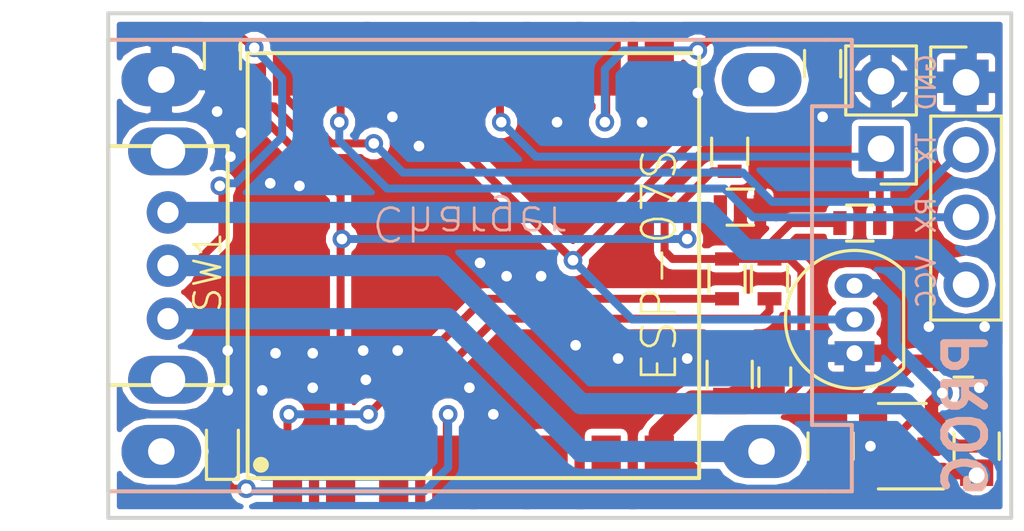
<source format=kicad_pcb>
(kicad_pcb (version 4) (host pcbnew 4.0.6)

  (general
    (links 41)
    (no_connects 0)
    (area 118.224999 69.795 158.775 90.775)
    (thickness 1.6)
    (drawings 10)
    (tracks 252)
    (zones 0)
    (modules 20)
    (nets 16)
  )

  (page A4)
  (layers
    (0 F.Cu signal)
    (31 B.Cu signal)
    (32 B.Adhes user)
    (33 F.Adhes user)
    (34 B.Paste user)
    (35 F.Paste user)
    (36 B.SilkS user)
    (37 F.SilkS user)
    (38 B.Mask user)
    (39 F.Mask user)
    (40 Dwgs.User user)
    (41 Cmts.User user)
    (42 Eco1.User user)
    (43 Eco2.User user)
    (44 Edge.Cuts user)
    (45 Margin user)
    (46 B.CrtYd user)
    (47 F.CrtYd user)
    (48 B.Fab user)
    (49 F.Fab user)
  )

  (setup
    (last_trace_width 0.3)
    (user_trace_width 0.4)
    (user_trace_width 0.5)
    (user_trace_width 0.6)
    (user_trace_width 0.8)
    (trace_clearance 0.2)
    (zone_clearance 0.25)
    (zone_45_only no)
    (trace_min 0.2)
    (segment_width 0.2)
    (edge_width 0.15)
    (via_size 0.7)
    (via_drill 0.4)
    (via_min_size 0.4)
    (via_min_drill 0.3)
    (user_via 0.8 0.4)
    (user_via 1 0.6)
    (uvia_size 0.3)
    (uvia_drill 0.1)
    (uvias_allowed no)
    (uvia_min_size 0.2)
    (uvia_min_drill 0.1)
    (pcb_text_width 0.3)
    (pcb_text_size 1.5 1.5)
    (mod_edge_width 0.15)
    (mod_text_size 1 1)
    (mod_text_width 0.15)
    (pad_size 1.524 1.524)
    (pad_drill 0.762)
    (pad_to_mask_clearance 0.1)
    (aux_axis_origin 0 0)
    (visible_elements 7FFFFF7F)
    (pcbplotparams
      (layerselection 0x00030_80000001)
      (usegerberextensions false)
      (excludeedgelayer true)
      (linewidth 0.100000)
      (plotframeref false)
      (viasonmask false)
      (mode 1)
      (useauxorigin false)
      (hpglpennumber 1)
      (hpglpenspeed 20)
      (hpglpendiameter 15)
      (hpglpenoverlay 2)
      (psnegative false)
      (psa4output false)
      (plotreference true)
      (plotvalue true)
      (plotinvisibletext false)
      (padsonsilk false)
      (subtractmaskfromsilk false)
      (outputformat 1)
      (mirror false)
      (drillshape 1)
      (scaleselection 1)
      (outputdirectory ""))
  )

  (net 0 "")
  (net 1 VCC)
  (net 2 GND)
  (net 3 "Net-(C2-Pad1)")
  (net 4 +3V3)
  (net 5 "Net-(D1-Pad2)")
  (net 6 /RES)
  (net 7 "Net-(J2-Pad2)")
  (net 8 "Net-(J2-Pad3)")
  (net 9 /VCC_PROG)
  (net 10 "Net-(R1-Pad2)")
  (net 11 /Temp)
  (net 12 /EN)
  (net 13 "Net-(R6-Pad2)")
  (net 14 "Net-(SW1-Pad3)")
  (net 15 /PROG)

  (net_class Default "This is the default net class."
    (clearance 0.2)
    (trace_width 0.3)
    (via_dia 0.7)
    (via_drill 0.4)
    (uvia_dia 0.3)
    (uvia_drill 0.1)
    (add_net +3V3)
    (add_net /EN)
    (add_net /PROG)
    (add_net /RES)
    (add_net /Temp)
    (add_net /VCC_PROG)
    (add_net GND)
    (add_net "Net-(C2-Pad1)")
    (add_net "Net-(D1-Pad2)")
    (add_net "Net-(J2-Pad2)")
    (add_net "Net-(J2-Pad3)")
    (add_net "Net-(R1-Pad2)")
    (add_net "Net-(R6-Pad2)")
    (add_net "Net-(SW1-Pad3)")
    (add_net VCC)
  )

  (module KiCadCustomLibs:TP4056-shield-6PIN (layer B.Cu) (tedit 5B5AC3C6) (tstamp 5B59DAEB)
    (at 136 80)
    (path /5B53AACF)
    (fp_text reference U3 (at 0.5 0) (layer B.SilkS) hide
      (effects (font (size 1 1) (thickness 0.15)) (justify mirror))
    )
    (fp_text value TP4056-shield-6PIN (at 0 7) (layer B.Fab) hide
      (effects (font (size 1 1) (thickness 0.15)) (justify mirror))
    )
    (fp_line (start -14.5 -4) (end -9.5 -4) (layer B.Fab) (width 0.15))
    (fp_line (start 13 6) (end 13 -6) (layer B.SilkS) (width 0.15))
    (fp_line (start 13 6) (end 14.5 6) (layer B.SilkS) (width 0.15))
    (fp_line (start 14.5 6) (end 14.5 8.5) (layer B.SilkS) (width 0.15))
    (fp_line (start 14.5 8.5) (end 13.5 8.5) (layer B.SilkS) (width 0.15))
    (fp_line (start 13 -6) (end 14.5 -6) (layer B.SilkS) (width 0.15))
    (fp_line (start 14.5 -6) (end 14.5 -8.5) (layer B.SilkS) (width 0.15))
    (fp_line (start 14.5 -8.5) (end 13.5 -8.5) (layer B.SilkS) (width 0.15))
    (fp_line (start -9.5 -4) (end -9.5 4) (layer B.Fab) (width 0.15))
    (fp_line (start -9.5 4) (end -14.5 4) (layer B.Fab) (width 0.15))
    (fp_line (start -14.5 4) (end -14.5 -4) (layer B.Fab) (width 0.15))
    (fp_line (start -13.5 -8.5) (end -13.5 8.5) (layer B.SilkS) (width 0.15))
    (fp_line (start -13.5 8.5) (end 13.5 8.5) (layer B.SilkS) (width 0.15))
    (fp_line (start 13.5 -8.5) (end -13.5 -8.5) (layer B.SilkS) (width 0.15))
    (pad 3 thru_hole oval (at 11.1 7) (size 3 2) (drill 1) (layers *.Cu *.Mask)
      (net 14 "Net-(SW1-Pad3)"))
    (pad 4 thru_hole oval (at 11.1 -7) (size 3 2) (drill 1) (layers *.Cu *.Mask))
    (pad 2 thru_hole oval (at -11.5 -7) (size 3 2) (drill 1) (layers *.Cu *.Mask)
      (net 2 GND))
    (pad 1 thru_hole oval (at -11.5 7) (size 3 2) (drill 1) (layers *.Cu *.Mask))
    (model ../../../../../../src/Tennp/Git/KiCadCustomLibs/wrl/TP4056shield.wrl
      (at (xyz 0 0 0))
      (scale (xyz 0.395 0.395 0.395))
      (rotate (xyz 0 0 180))
    )
    (model ../../../../../../src/Tennp/Git/KiCadCustomLibs/wrl/Conn_USB-micro-2.0_socket_right-angle.wrl
      (at (xyz -0.47 0 0.047))
      (scale (xyz 1 1 1))
      (rotate (xyz 0 0 0))
    )
  )

  (module Capacitors_SMD:C_0805 (layer F.Cu) (tedit 5B6C5682) (tstamp 5B59D9BE)
    (at 155.2 86.8 90)
    (descr "Capacitor SMD 0805, reflow soldering, AVX (see smccp.pdf)")
    (tags "capacitor 0805")
    (path /5B52F269)
    (attr smd)
    (fp_text reference C1 (at 0.01 0 90) (layer F.Fab)
      (effects (font (size 0.5 0.5) (thickness 0.1)))
    )
    (fp_text value 2.2uf (at 0 1.75 90) (layer F.Fab) hide
      (effects (font (size 1 1) (thickness 0.15)))
    )
    (fp_text user %R (at 0 -1.5 90) (layer F.Fab) hide
      (effects (font (size 1 1) (thickness 0.15)))
    )
    (fp_line (start -1 0.62) (end -1 -0.62) (layer F.Fab) (width 0.1))
    (fp_line (start 1 0.62) (end -1 0.62) (layer F.Fab) (width 0.1))
    (fp_line (start 1 -0.62) (end 1 0.62) (layer F.Fab) (width 0.1))
    (fp_line (start -1 -0.62) (end 1 -0.62) (layer F.Fab) (width 0.1))
    (fp_line (start 0.5 -0.85) (end -0.5 -0.85) (layer F.SilkS) (width 0.12))
    (fp_line (start -0.5 0.85) (end 0.5 0.85) (layer F.SilkS) (width 0.12))
    (fp_line (start -1.75 -0.88) (end 1.75 -0.88) (layer F.CrtYd) (width 0.05))
    (fp_line (start -1.75 -0.88) (end -1.75 0.87) (layer F.CrtYd) (width 0.05))
    (fp_line (start 1.75 0.87) (end 1.75 -0.88) (layer F.CrtYd) (width 0.05))
    (fp_line (start 1.75 0.87) (end -1.75 0.87) (layer F.CrtYd) (width 0.05))
    (pad 1 smd rect (at -1 0 90) (size 1 1.25) (layers F.Cu F.Paste F.Mask)
      (net 1 VCC))
    (pad 2 smd rect (at 1 0 90) (size 1 1.25) (layers F.Cu F.Paste F.Mask)
      (net 2 GND))
    (model Capacitors_SMD.3dshapes/C_0805.wrl
      (at (xyz 0 0 0))
      (scale (xyz 1 1 1))
      (rotate (xyz 0 0 0))
    )
  )

  (module Capacitors_SMD:C_0603 (layer F.Cu) (tedit 5B59DC8E) (tstamp 5B59D9CF)
    (at 154.7 83.6)
    (descr "Capacitor SMD 0603, reflow soldering, AVX (see smccp.pdf)")
    (tags "capacitor 0603")
    (path /5B52E8E2)
    (attr smd)
    (fp_text reference C2 (at 0 -1.5) (layer F.SilkS) hide
      (effects (font (size 1 1) (thickness 0.15)))
    )
    (fp_text value 470p (at 0 1.5) (layer F.Fab) hide
      (effects (font (size 1 1) (thickness 0.15)))
    )
    (fp_line (start 1.4 0.65) (end -1.4 0.65) (layer F.CrtYd) (width 0.05))
    (fp_line (start 1.4 0.65) (end 1.4 -0.65) (layer F.CrtYd) (width 0.05))
    (fp_line (start -1.4 -0.65) (end -1.4 0.65) (layer F.CrtYd) (width 0.05))
    (fp_line (start -1.4 -0.65) (end 1.4 -0.65) (layer F.CrtYd) (width 0.05))
    (fp_line (start 0.35 0.6) (end -0.35 0.6) (layer F.SilkS) (width 0.12))
    (fp_line (start -0.35 -0.6) (end 0.35 -0.6) (layer F.SilkS) (width 0.12))
    (fp_line (start -0.8 -0.4) (end 0.8 -0.4) (layer F.Fab) (width 0.1))
    (fp_line (start 0.8 -0.4) (end 0.8 0.4) (layer F.Fab) (width 0.1))
    (fp_line (start 0.8 0.4) (end -0.8 0.4) (layer F.Fab) (width 0.1))
    (fp_line (start -0.8 0.4) (end -0.8 -0.4) (layer F.Fab) (width 0.1))
    (fp_text user %R (at 0 0) (layer F.Fab)
      (effects (font (size 0.3 0.3) (thickness 0.075)))
    )
    (pad 2 smd rect (at 0.75 0) (size 0.8 0.75) (layers F.Cu F.Paste F.Mask)
      (net 2 GND))
    (pad 1 smd rect (at -0.75 0) (size 0.8 0.75) (layers F.Cu F.Paste F.Mask)
      (net 3 "Net-(C2-Pad1)"))
    (model Capacitors_SMD.3dshapes/C_0603.wrl
      (at (xyz 0 0 0))
      (scale (xyz 1 1 1))
      (rotate (xyz 0 0 0))
    )
  )

  (module Capacitors_SMD:C_0805 (layer F.Cu) (tedit 5B6C5667) (tstamp 5B59D9E0)
    (at 149.7 86.8 90)
    (descr "Capacitor SMD 0805, reflow soldering, AVX (see smccp.pdf)")
    (tags "capacitor 0805")
    (path /5B52ED2C)
    (attr smd)
    (fp_text reference C3 (at 0.02 0.01 90) (layer F.Fab)
      (effects (font (size 0.5 0.5) (thickness 0.1)))
    )
    (fp_text value 2.2uf (at 0 1.75 90) (layer F.Fab) hide
      (effects (font (size 1 1) (thickness 0.15)))
    )
    (fp_text user %R (at 0 -1.5 90) (layer F.Fab) hide
      (effects (font (size 1 1) (thickness 0.15)))
    )
    (fp_line (start -1 0.62) (end -1 -0.62) (layer F.Fab) (width 0.1))
    (fp_line (start 1 0.62) (end -1 0.62) (layer F.Fab) (width 0.1))
    (fp_line (start 1 -0.62) (end 1 0.62) (layer F.Fab) (width 0.1))
    (fp_line (start -1 -0.62) (end 1 -0.62) (layer F.Fab) (width 0.1))
    (fp_line (start 0.5 -0.85) (end -0.5 -0.85) (layer F.SilkS) (width 0.12))
    (fp_line (start -0.5 0.85) (end 0.5 0.85) (layer F.SilkS) (width 0.12))
    (fp_line (start -1.75 -0.88) (end 1.75 -0.88) (layer F.CrtYd) (width 0.05))
    (fp_line (start -1.75 -0.88) (end -1.75 0.87) (layer F.CrtYd) (width 0.05))
    (fp_line (start 1.75 0.87) (end 1.75 -0.88) (layer F.CrtYd) (width 0.05))
    (fp_line (start 1.75 0.87) (end -1.75 0.87) (layer F.CrtYd) (width 0.05))
    (pad 1 smd rect (at -1 0 90) (size 1 1.25) (layers F.Cu F.Paste F.Mask)
      (net 4 +3V3))
    (pad 2 smd rect (at 1 0 90) (size 1 1.25) (layers F.Cu F.Paste F.Mask)
      (net 2 GND))
    (model Capacitors_SMD.3dshapes/C_0805.wrl
      (at (xyz 0 0 0))
      (scale (xyz 1 1 1))
      (rotate (xyz 0 0 0))
    )
  )

  (module Capacitors_SMD:C_0603 (layer F.Cu) (tedit 5B59DC86) (tstamp 5B59D9F1)
    (at 147.6 84.2 90)
    (descr "Capacitor SMD 0603, reflow soldering, AVX (see smccp.pdf)")
    (tags "capacitor 0603")
    (path /5B54A061)
    (attr smd)
    (fp_text reference C4 (at 0 -1.5 90) (layer F.SilkS) hide
      (effects (font (size 1 1) (thickness 0.15)))
    )
    (fp_text value 100n (at 0 1.5 90) (layer F.Fab) hide
      (effects (font (size 1 1) (thickness 0.15)))
    )
    (fp_line (start 1.4 0.65) (end -1.4 0.65) (layer F.CrtYd) (width 0.05))
    (fp_line (start 1.4 0.65) (end 1.4 -0.65) (layer F.CrtYd) (width 0.05))
    (fp_line (start -1.4 -0.65) (end -1.4 0.65) (layer F.CrtYd) (width 0.05))
    (fp_line (start -1.4 -0.65) (end 1.4 -0.65) (layer F.CrtYd) (width 0.05))
    (fp_line (start 0.35 0.6) (end -0.35 0.6) (layer F.SilkS) (width 0.12))
    (fp_line (start -0.35 -0.6) (end 0.35 -0.6) (layer F.SilkS) (width 0.12))
    (fp_line (start -0.8 -0.4) (end 0.8 -0.4) (layer F.Fab) (width 0.1))
    (fp_line (start 0.8 -0.4) (end 0.8 0.4) (layer F.Fab) (width 0.1))
    (fp_line (start 0.8 0.4) (end -0.8 0.4) (layer F.Fab) (width 0.1))
    (fp_line (start -0.8 0.4) (end -0.8 -0.4) (layer F.Fab) (width 0.1))
    (fp_text user %R (at 0 0 90) (layer F.Fab)
      (effects (font (size 0.3 0.3) (thickness 0.075)))
    )
    (pad 2 smd rect (at 0.75 0 90) (size 0.8 0.75) (layers F.Cu F.Paste F.Mask)
      (net 2 GND))
    (pad 1 smd rect (at -0.75 0 90) (size 0.8 0.75) (layers F.Cu F.Paste F.Mask)
      (net 4 +3V3))
    (model Capacitors_SMD.3dshapes/C_0603.wrl
      (at (xyz 0 0 0))
      (scale (xyz 1 1 1))
      (rotate (xyz 0 0 0))
    )
  )

  (module Capacitors_SMD:C_0805 (layer F.Cu) (tedit 5B6C564F) (tstamp 5B59DA02)
    (at 145.9 84.1 90)
    (descr "Capacitor SMD 0805, reflow soldering, AVX (see smccp.pdf)")
    (tags "capacitor 0805")
    (path /5B549E47)
    (attr smd)
    (fp_text reference C5 (at -0.05 0.05 90) (layer F.Fab)
      (effects (font (size 0.5 0.5) (thickness 0.1)))
    )
    (fp_text value 10uf (at 0 1.75 90) (layer F.Fab) hide
      (effects (font (size 1 1) (thickness 0.15)))
    )
    (fp_text user %R (at 0 -1.5 90) (layer F.Fab) hide
      (effects (font (size 1 1) (thickness 0.15)))
    )
    (fp_line (start -1 0.62) (end -1 -0.62) (layer F.Fab) (width 0.1))
    (fp_line (start 1 0.62) (end -1 0.62) (layer F.Fab) (width 0.1))
    (fp_line (start 1 -0.62) (end 1 0.62) (layer F.Fab) (width 0.1))
    (fp_line (start -1 -0.62) (end 1 -0.62) (layer F.Fab) (width 0.1))
    (fp_line (start 0.5 -0.85) (end -0.5 -0.85) (layer F.SilkS) (width 0.12))
    (fp_line (start -0.5 0.85) (end 0.5 0.85) (layer F.SilkS) (width 0.12))
    (fp_line (start -1.75 -0.88) (end 1.75 -0.88) (layer F.CrtYd) (width 0.05))
    (fp_line (start -1.75 -0.88) (end -1.75 0.87) (layer F.CrtYd) (width 0.05))
    (fp_line (start 1.75 0.87) (end 1.75 -0.88) (layer F.CrtYd) (width 0.05))
    (fp_line (start 1.75 0.87) (end -1.75 0.87) (layer F.CrtYd) (width 0.05))
    (pad 1 smd rect (at -1 0 90) (size 1 1.25) (layers F.Cu F.Paste F.Mask)
      (net 4 +3V3))
    (pad 2 smd rect (at 1 0 90) (size 1 1.25) (layers F.Cu F.Paste F.Mask)
      (net 2 GND))
    (model Capacitors_SMD.3dshapes/C_0805.wrl
      (at (xyz 0 0 0))
      (scale (xyz 1 1 1))
      (rotate (xyz 0 0 0))
    )
  )

  (module Diodes_SMD:D_SOD-523 (layer F.Cu) (tedit 5B59DCEB) (tstamp 5B59DA1A)
    (at 126.8 86.9 90)
    (descr "http://www.diodes.com/datasheets/ap02001.pdf p.144")
    (tags "Diode SOD523")
    (path /5B54791A)
    (attr smd)
    (fp_text reference D1 (at 0 -1.3 90) (layer F.SilkS) hide
      (effects (font (size 1 1) (thickness 0.15)))
    )
    (fp_text value Schottky (at 0 1.4 90) (layer F.Fab) hide
      (effects (font (size 1 1) (thickness 0.15)))
    )
    (fp_text user %R (at 0 -1.3 90) (layer F.Fab) hide
      (effects (font (size 1 1) (thickness 0.15)))
    )
    (fp_line (start -1.15 -0.6) (end -1.15 0.6) (layer F.SilkS) (width 0.12))
    (fp_line (start 1.25 -0.7) (end 1.25 0.7) (layer F.CrtYd) (width 0.05))
    (fp_line (start -1.25 -0.7) (end 1.25 -0.7) (layer F.CrtYd) (width 0.05))
    (fp_line (start -1.25 0.7) (end -1.25 -0.7) (layer F.CrtYd) (width 0.05))
    (fp_line (start 1.25 0.7) (end -1.25 0.7) (layer F.CrtYd) (width 0.05))
    (fp_line (start 0.1 0) (end 0.25 0) (layer F.Fab) (width 0.1))
    (fp_line (start 0.1 -0.2) (end -0.2 0) (layer F.Fab) (width 0.1))
    (fp_line (start 0.1 0.2) (end 0.1 -0.2) (layer F.Fab) (width 0.1))
    (fp_line (start -0.2 0) (end 0.1 0.2) (layer F.Fab) (width 0.1))
    (fp_line (start -0.2 0) (end -0.35 0) (layer F.Fab) (width 0.1))
    (fp_line (start -0.2 0.2) (end -0.2 -0.2) (layer F.Fab) (width 0.1))
    (fp_line (start 0.65 -0.45) (end 0.65 0.45) (layer F.Fab) (width 0.1))
    (fp_line (start -0.65 -0.45) (end 0.65 -0.45) (layer F.Fab) (width 0.1))
    (fp_line (start -0.65 0.45) (end -0.65 -0.45) (layer F.Fab) (width 0.1))
    (fp_line (start 0.65 0.45) (end -0.65 0.45) (layer F.Fab) (width 0.1))
    (fp_line (start 0.7 -0.6) (end -1.15 -0.6) (layer F.SilkS) (width 0.12))
    (fp_line (start 0.7 0.6) (end -1.15 0.6) (layer F.SilkS) (width 0.12))
    (pad 2 smd rect (at 0.7 0 270) (size 0.6 0.7) (layers F.Cu F.Paste F.Mask)
      (net 5 "Net-(D1-Pad2)"))
    (pad 1 smd rect (at -0.7 0 270) (size 0.6 0.7) (layers F.Cu F.Paste F.Mask)
      (net 6 /RES))
    (model ${KISYS3DMOD}/Diodes_SMD.3dshapes/D_SOD-523.wrl
      (at (xyz 0 0 0))
      (scale (xyz 1 1 1))
      (rotate (xyz 0 0 0))
    )
  )

  (module Pin_Headers:Pin_Header_Straight_1x02_Pitch2.54mm (layer F.Cu) (tedit 5B5AC196) (tstamp 5B59DA30)
    (at 151.6 75.6 180)
    (descr "Through hole straight pin header, 1x02, 2.54mm pitch, single row")
    (tags "Through hole pin header THT 1x02 2.54mm single row")
    (path /5B54A9E0)
    (fp_text reference J1 (at 0 -2.33 180) (layer F.SilkS) hide
      (effects (font (size 1 1) (thickness 0.15)))
    )
    (fp_text value PROG (at -3.2 -10 270) (layer B.SilkS)
      (effects (font (size 1.5 1.5) (thickness 0.3)) (justify mirror))
    )
    (fp_line (start -0.635 -1.27) (end 1.27 -1.27) (layer F.Fab) (width 0.1))
    (fp_line (start 1.27 -1.27) (end 1.27 3.81) (layer F.Fab) (width 0.1))
    (fp_line (start 1.27 3.81) (end -1.27 3.81) (layer F.Fab) (width 0.1))
    (fp_line (start -1.27 3.81) (end -1.27 -0.635) (layer F.Fab) (width 0.1))
    (fp_line (start -1.27 -0.635) (end -0.635 -1.27) (layer F.Fab) (width 0.1))
    (fp_line (start -1.33 3.87) (end 1.33 3.87) (layer F.SilkS) (width 0.12))
    (fp_line (start -1.33 1.27) (end -1.33 3.87) (layer F.SilkS) (width 0.12))
    (fp_line (start 1.33 1.27) (end 1.33 3.87) (layer F.SilkS) (width 0.12))
    (fp_line (start -1.33 1.27) (end 1.33 1.27) (layer F.SilkS) (width 0.12))
    (fp_line (start -1.33 0) (end -1.33 -1.33) (layer F.SilkS) (width 0.12))
    (fp_line (start -1.33 -1.33) (end 0 -1.33) (layer F.SilkS) (width 0.12))
    (fp_line (start -1.8 -1.8) (end -1.8 4.35) (layer F.CrtYd) (width 0.05))
    (fp_line (start -1.8 4.35) (end 1.8 4.35) (layer F.CrtYd) (width 0.05))
    (fp_line (start 1.8 4.35) (end 1.8 -1.8) (layer F.CrtYd) (width 0.05))
    (fp_line (start 1.8 -1.8) (end -1.8 -1.8) (layer F.CrtYd) (width 0.05))
    (fp_text user %R (at 0 1.27 270) (layer F.Fab)
      (effects (font (size 1 1) (thickness 0.15)))
    )
    (pad 1 thru_hole rect (at 0 0 180) (size 1.7 1.7) (drill 1) (layers *.Cu *.Mask)
      (net 15 /PROG))
    (pad 2 thru_hole oval (at 0 2.54 180) (size 1.7 1.7) (drill 1) (layers *.Cu *.Mask)
      (net 2 GND))
    (model ${KISYS3DMOD}/Pin_Headers.3dshapes/Pin_Header_Straight_1x02_Pitch2.54mm.wrl
      (at (xyz 0 0 0))
      (scale (xyz 1 1 1))
      (rotate (xyz 0 0 0))
    )
  )

  (module Pin_Headers:Pin_Header_Straight_1x04_Pitch2.54mm (layer F.Cu) (tedit 5B5AC2A4) (tstamp 5B59DA48)
    (at 154.8 73.1)
    (descr "Through hole straight pin header, 1x04, 2.54mm pitch, single row")
    (tags "Through hole pin header THT 1x04 2.54mm single row")
    (path /5B54D7A2)
    (fp_text reference J2 (at 0 -2.33) (layer F.SilkS) hide
      (effects (font (size 1 1) (thickness 0.15)))
    )
    (fp_text value PROG_con (at 0 9.95) (layer F.Fab) hide
      (effects (font (size 1 1) (thickness 0.15)))
    )
    (fp_line (start -0.635 -1.27) (end 1.27 -1.27) (layer F.Fab) (width 0.1))
    (fp_line (start 1.27 -1.27) (end 1.27 8.89) (layer F.Fab) (width 0.1))
    (fp_line (start 1.27 8.89) (end -1.27 8.89) (layer F.Fab) (width 0.1))
    (fp_line (start -1.27 8.89) (end -1.27 -0.635) (layer F.Fab) (width 0.1))
    (fp_line (start -1.27 -0.635) (end -0.635 -1.27) (layer F.Fab) (width 0.1))
    (fp_line (start -1.33 8.95) (end 1.33 8.95) (layer F.SilkS) (width 0.12))
    (fp_line (start -1.33 1.27) (end -1.33 8.95) (layer F.SilkS) (width 0.12))
    (fp_line (start 1.33 1.27) (end 1.33 8.95) (layer F.SilkS) (width 0.12))
    (fp_line (start -1.33 1.27) (end 1.33 1.27) (layer F.SilkS) (width 0.12))
    (fp_line (start -1.33 0) (end -1.33 -1.33) (layer F.SilkS) (width 0.12))
    (fp_line (start -1.33 -1.33) (end 0 -1.33) (layer F.SilkS) (width 0.12))
    (fp_line (start -1.8 -1.8) (end -1.8 9.4) (layer F.CrtYd) (width 0.05))
    (fp_line (start -1.8 9.4) (end 1.8 9.4) (layer F.CrtYd) (width 0.05))
    (fp_line (start 1.8 9.4) (end 1.8 -1.8) (layer F.CrtYd) (width 0.05))
    (fp_line (start 1.8 -1.8) (end -1.8 -1.8) (layer F.CrtYd) (width 0.05))
    (fp_text user %R (at 0 3.81 90) (layer F.Fab)
      (effects (font (size 1 1) (thickness 0.15)))
    )
    (pad 1 thru_hole rect (at 0 0) (size 1.7 1.7) (drill 1) (layers *.Cu *.Mask)
      (net 2 GND))
    (pad 2 thru_hole oval (at 0 2.54) (size 1.7 1.7) (drill 1) (layers *.Cu *.Mask)
      (net 7 "Net-(J2-Pad2)"))
    (pad 3 thru_hole oval (at 0 5.08) (size 1.7 1.7) (drill 1) (layers *.Cu *.Mask)
      (net 8 "Net-(J2-Pad3)"))
    (pad 4 thru_hole oval (at 0 7.62) (size 1.7 1.7) (drill 1) (layers *.Cu *.Mask)
      (net 9 /VCC_PROG))
    (model ${KISYS3DMOD}/Pin_Headers.3dshapes/Pin_Header_Straight_1x04_Pitch2.54mm.wrl
      (at (xyz 0 0 0))
      (scale (xyz 1 1 1))
      (rotate (xyz 0 0 0))
    )
  )

  (module Resistors_SMD:R_0603 (layer F.Cu) (tedit 5B59DEFF) (tstamp 5B59DA59)
    (at 126.8 72.1 270)
    (descr "Resistor SMD 0603, reflow soldering, Vishay (see dcrcw.pdf)")
    (tags "resistor 0603")
    (path /5B530487)
    (attr smd)
    (fp_text reference R1 (at 0 -1.45 270) (layer F.SilkS) hide
      (effects (font (size 1 1) (thickness 0.15)))
    )
    (fp_text value 47K (at 0 1.5 270) (layer F.Fab) hide
      (effects (font (size 1 1) (thickness 0.15)))
    )
    (fp_text user %R (at 0 0 270) (layer F.Fab)
      (effects (font (size 0.4 0.4) (thickness 0.075)))
    )
    (fp_line (start -0.8 0.4) (end -0.8 -0.4) (layer F.Fab) (width 0.1))
    (fp_line (start 0.8 0.4) (end -0.8 0.4) (layer F.Fab) (width 0.1))
    (fp_line (start 0.8 -0.4) (end 0.8 0.4) (layer F.Fab) (width 0.1))
    (fp_line (start -0.8 -0.4) (end 0.8 -0.4) (layer F.Fab) (width 0.1))
    (fp_line (start 0.5 0.68) (end -0.5 0.68) (layer F.SilkS) (width 0.12))
    (fp_line (start -0.5 -0.68) (end 0.5 -0.68) (layer F.SilkS) (width 0.12))
    (fp_line (start -1.25 -0.7) (end 1.25 -0.7) (layer F.CrtYd) (width 0.05))
    (fp_line (start -1.25 -0.7) (end -1.25 0.7) (layer F.CrtYd) (width 0.05))
    (fp_line (start 1.25 0.7) (end 1.25 -0.7) (layer F.CrtYd) (width 0.05))
    (fp_line (start 1.25 0.7) (end -1.25 0.7) (layer F.CrtYd) (width 0.05))
    (pad 1 smd rect (at -0.75 0 270) (size 0.5 0.9) (layers F.Cu F.Paste F.Mask)
      (net 1 VCC))
    (pad 2 smd rect (at 0.75 0 270) (size 0.5 0.9) (layers F.Cu F.Paste F.Mask)
      (net 10 "Net-(R1-Pad2)"))
    (model ${KISYS3DMOD}/Resistors_SMD.3dshapes/R_0603.wrl
      (at (xyz 0 0 0))
      (scale (xyz 1 1 1))
      (rotate (xyz 0 0 0))
    )
  )

  (module Resistors_SMD:R_0603 (layer F.Cu) (tedit 5B59DD94) (tstamp 5B59DA6A)
    (at 145.9 75.7 90)
    (descr "Resistor SMD 0603, reflow soldering, Vishay (see dcrcw.pdf)")
    (tags "resistor 0603")
    (path /5B52FEF3)
    (attr smd)
    (fp_text reference R2 (at 0 -1.45 90) (layer F.SilkS) hide
      (effects (font (size 1 1) (thickness 0.15)))
    )
    (fp_text value 4.7k (at 0 1.5 90) (layer F.Fab) hide
      (effects (font (size 1 1) (thickness 0.15)))
    )
    (fp_text user %R (at 0 0 90) (layer F.Fab)
      (effects (font (size 0.4 0.4) (thickness 0.075)))
    )
    (fp_line (start -0.8 0.4) (end -0.8 -0.4) (layer F.Fab) (width 0.1))
    (fp_line (start 0.8 0.4) (end -0.8 0.4) (layer F.Fab) (width 0.1))
    (fp_line (start 0.8 -0.4) (end 0.8 0.4) (layer F.Fab) (width 0.1))
    (fp_line (start -0.8 -0.4) (end 0.8 -0.4) (layer F.Fab) (width 0.1))
    (fp_line (start 0.5 0.68) (end -0.5 0.68) (layer F.SilkS) (width 0.12))
    (fp_line (start -0.5 -0.68) (end 0.5 -0.68) (layer F.SilkS) (width 0.12))
    (fp_line (start -1.25 -0.7) (end 1.25 -0.7) (layer F.CrtYd) (width 0.05))
    (fp_line (start -1.25 -0.7) (end -1.25 0.7) (layer F.CrtYd) (width 0.05))
    (fp_line (start 1.25 0.7) (end 1.25 -0.7) (layer F.CrtYd) (width 0.05))
    (fp_line (start 1.25 0.7) (end -1.25 0.7) (layer F.CrtYd) (width 0.05))
    (pad 1 smd rect (at -0.75 0 90) (size 0.5 0.9) (layers F.Cu F.Paste F.Mask)
      (net 4 +3V3))
    (pad 2 smd rect (at 0.75 0 90) (size 0.5 0.9) (layers F.Cu F.Paste F.Mask)
      (net 11 /Temp))
    (model ${KISYS3DMOD}/Resistors_SMD.3dshapes/R_0603.wrl
      (at (xyz 0 0 0))
      (scale (xyz 1 1 1))
      (rotate (xyz 0 0 0))
    )
  )

  (module Resistors_SMD:R_0603 (layer F.Cu) (tedit 5B59DCD5) (tstamp 5B59DA7B)
    (at 146.3 77.8)
    (descr "Resistor SMD 0603, reflow soldering, Vishay (see dcrcw.pdf)")
    (tags "resistor 0603")
    (path /5B542A17)
    (attr smd)
    (fp_text reference R3 (at 0 -1.45) (layer F.SilkS) hide
      (effects (font (size 1 1) (thickness 0.15)))
    )
    (fp_text value 10K (at 0 1.5) (layer F.Fab) hide
      (effects (font (size 1 1) (thickness 0.15)))
    )
    (fp_text user %R (at 0 0) (layer F.Fab)
      (effects (font (size 0.4 0.4) (thickness 0.075)))
    )
    (fp_line (start -0.8 0.4) (end -0.8 -0.4) (layer F.Fab) (width 0.1))
    (fp_line (start 0.8 0.4) (end -0.8 0.4) (layer F.Fab) (width 0.1))
    (fp_line (start 0.8 -0.4) (end 0.8 0.4) (layer F.Fab) (width 0.1))
    (fp_line (start -0.8 -0.4) (end 0.8 -0.4) (layer F.Fab) (width 0.1))
    (fp_line (start 0.5 0.68) (end -0.5 0.68) (layer F.SilkS) (width 0.12))
    (fp_line (start -0.5 -0.68) (end 0.5 -0.68) (layer F.SilkS) (width 0.12))
    (fp_line (start -1.25 -0.7) (end 1.25 -0.7) (layer F.CrtYd) (width 0.05))
    (fp_line (start -1.25 -0.7) (end -1.25 0.7) (layer F.CrtYd) (width 0.05))
    (fp_line (start 1.25 0.7) (end 1.25 -0.7) (layer F.CrtYd) (width 0.05))
    (fp_line (start 1.25 0.7) (end -1.25 0.7) (layer F.CrtYd) (width 0.05))
    (pad 1 smd rect (at -0.75 0) (size 0.5 0.9) (layers F.Cu F.Paste F.Mask)
      (net 10 "Net-(R1-Pad2)"))
    (pad 2 smd rect (at 0.75 0) (size 0.5 0.9) (layers F.Cu F.Paste F.Mask)
      (net 2 GND))
    (model ${KISYS3DMOD}/Resistors_SMD.3dshapes/R_0603.wrl
      (at (xyz 0 0 0))
      (scale (xyz 1 1 1))
      (rotate (xyz 0 0 0))
    )
  )

  (module Resistors_SMD:R_0603 (layer F.Cu) (tedit 5B59DC69) (tstamp 5B59DA8C)
    (at 147.4 80.5 90)
    (descr "Resistor SMD 0603, reflow soldering, Vishay (see dcrcw.pdf)")
    (tags "resistor 0603")
    (path /5B548C3F)
    (attr smd)
    (fp_text reference R4 (at 0 -1.45 90) (layer F.SilkS) hide
      (effects (font (size 1 1) (thickness 0.15)))
    )
    (fp_text value 10K (at 0 1.5 90) (layer F.Fab) hide
      (effects (font (size 1 1) (thickness 0.15)))
    )
    (fp_text user %R (at 0 0 90) (layer F.Fab)
      (effects (font (size 0.4 0.4) (thickness 0.075)))
    )
    (fp_line (start -0.8 0.4) (end -0.8 -0.4) (layer F.Fab) (width 0.1))
    (fp_line (start 0.8 0.4) (end -0.8 0.4) (layer F.Fab) (width 0.1))
    (fp_line (start 0.8 -0.4) (end 0.8 0.4) (layer F.Fab) (width 0.1))
    (fp_line (start -0.8 -0.4) (end 0.8 -0.4) (layer F.Fab) (width 0.1))
    (fp_line (start 0.5 0.68) (end -0.5 0.68) (layer F.SilkS) (width 0.12))
    (fp_line (start -0.5 -0.68) (end 0.5 -0.68) (layer F.SilkS) (width 0.12))
    (fp_line (start -1.25 -0.7) (end 1.25 -0.7) (layer F.CrtYd) (width 0.05))
    (fp_line (start -1.25 -0.7) (end -1.25 0.7) (layer F.CrtYd) (width 0.05))
    (fp_line (start 1.25 0.7) (end 1.25 -0.7) (layer F.CrtYd) (width 0.05))
    (fp_line (start 1.25 0.7) (end -1.25 0.7) (layer F.CrtYd) (width 0.05))
    (pad 1 smd rect (at -0.75 0 90) (size 0.5 0.9) (layers F.Cu F.Paste F.Mask)
      (net 12 /EN))
    (pad 2 smd rect (at 0.75 0 90) (size 0.5 0.9) (layers F.Cu F.Paste F.Mask)
      (net 4 +3V3))
    (model ${KISYS3DMOD}/Resistors_SMD.3dshapes/R_0603.wrl
      (at (xyz 0 0 0))
      (scale (xyz 1 1 1))
      (rotate (xyz 0 0 0))
    )
  )

  (module Resistors_SMD:R_0603 (layer F.Cu) (tedit 5B59DCA4) (tstamp 5B59DA9D)
    (at 145.8 80.5 270)
    (descr "Resistor SMD 0603, reflow soldering, Vishay (see dcrcw.pdf)")
    (tags "resistor 0603")
    (path /5B548CBD)
    (attr smd)
    (fp_text reference R5 (at 0 -1.45 270) (layer F.SilkS) hide
      (effects (font (size 1 1) (thickness 0.15)))
    )
    (fp_text value 10K (at 0 1.5 270) (layer F.Fab) hide
      (effects (font (size 1 1) (thickness 0.15)))
    )
    (fp_text user %R (at 0 0 270) (layer F.Fab)
      (effects (font (size 0.4 0.4) (thickness 0.075)))
    )
    (fp_line (start -0.8 0.4) (end -0.8 -0.4) (layer F.Fab) (width 0.1))
    (fp_line (start 0.8 0.4) (end -0.8 0.4) (layer F.Fab) (width 0.1))
    (fp_line (start 0.8 -0.4) (end 0.8 0.4) (layer F.Fab) (width 0.1))
    (fp_line (start -0.8 -0.4) (end 0.8 -0.4) (layer F.Fab) (width 0.1))
    (fp_line (start 0.5 0.68) (end -0.5 0.68) (layer F.SilkS) (width 0.12))
    (fp_line (start -0.5 -0.68) (end 0.5 -0.68) (layer F.SilkS) (width 0.12))
    (fp_line (start -1.25 -0.7) (end 1.25 -0.7) (layer F.CrtYd) (width 0.05))
    (fp_line (start -1.25 -0.7) (end -1.25 0.7) (layer F.CrtYd) (width 0.05))
    (fp_line (start 1.25 0.7) (end 1.25 -0.7) (layer F.CrtYd) (width 0.05))
    (fp_line (start 1.25 0.7) (end -1.25 0.7) (layer F.CrtYd) (width 0.05))
    (pad 1 smd rect (at -0.75 0 270) (size 0.5 0.9) (layers F.Cu F.Paste F.Mask)
      (net 4 +3V3))
    (pad 2 smd rect (at 0.75 0 270) (size 0.5 0.9) (layers F.Cu F.Paste F.Mask)
      (net 5 "Net-(D1-Pad2)"))
    (model ${KISYS3DMOD}/Resistors_SMD.3dshapes/R_0603.wrl
      (at (xyz 0 0 0))
      (scale (xyz 1 1 1))
      (rotate (xyz 0 0 0))
    )
  )

  (module Resistors_SMD:R_0603 (layer F.Cu) (tedit 5B59DE4B) (tstamp 5B59DAAE)
    (at 149.4 72.4 90)
    (descr "Resistor SMD 0603, reflow soldering, Vishay (see dcrcw.pdf)")
    (tags "resistor 0603")
    (path /5B5490FA)
    (attr smd)
    (fp_text reference R6 (at 0 -1.45 90) (layer F.SilkS) hide
      (effects (font (size 1 1) (thickness 0.15)))
    )
    (fp_text value 10K (at 0 1.5 90) (layer F.Fab) hide
      (effects (font (size 1 1) (thickness 0.15)))
    )
    (fp_text user %R (at 0 0 90) (layer F.Fab)
      (effects (font (size 0.4 0.4) (thickness 0.075)))
    )
    (fp_line (start -0.8 0.4) (end -0.8 -0.4) (layer F.Fab) (width 0.1))
    (fp_line (start 0.8 0.4) (end -0.8 0.4) (layer F.Fab) (width 0.1))
    (fp_line (start 0.8 -0.4) (end 0.8 0.4) (layer F.Fab) (width 0.1))
    (fp_line (start -0.8 -0.4) (end 0.8 -0.4) (layer F.Fab) (width 0.1))
    (fp_line (start 0.5 0.68) (end -0.5 0.68) (layer F.SilkS) (width 0.12))
    (fp_line (start -0.5 -0.68) (end 0.5 -0.68) (layer F.SilkS) (width 0.12))
    (fp_line (start -1.25 -0.7) (end 1.25 -0.7) (layer F.CrtYd) (width 0.05))
    (fp_line (start -1.25 -0.7) (end -1.25 0.7) (layer F.CrtYd) (width 0.05))
    (fp_line (start 1.25 0.7) (end 1.25 -0.7) (layer F.CrtYd) (width 0.05))
    (fp_line (start 1.25 0.7) (end -1.25 0.7) (layer F.CrtYd) (width 0.05))
    (pad 1 smd rect (at -0.75 0 90) (size 0.5 0.9) (layers F.Cu F.Paste F.Mask)
      (net 2 GND))
    (pad 2 smd rect (at 0.75 0 90) (size 0.5 0.9) (layers F.Cu F.Paste F.Mask)
      (net 13 "Net-(R6-Pad2)"))
    (model ${KISYS3DMOD}/Resistors_SMD.3dshapes/R_0603.wrl
      (at (xyz 0 0 0))
      (scale (xyz 1 1 1))
      (rotate (xyz 0 0 0))
    )
  )

  (module KiCadCustomLibs:SK12D07VG3 (layer F.Cu) (tedit 5B5AC311) (tstamp 5B59DAC0)
    (at 124.75 80 270)
    (path /5B570E68)
    (fp_text reference SW1 (at 0.25 -1.5 270) (layer F.SilkS)
      (effects (font (size 1 1) (thickness 0.1016)))
    )
    (fp_text value SW_SPDT (at 0 -3 270) (layer F.Fab) hide
      (effects (font (size 1 1) (thickness 0.15)))
    )
    (fp_line (start 0 2.25) (end 0 6.25) (layer F.Fab) (width 0.15))
    (fp_line (start 0 6.25) (end -2 6.25) (layer F.Fab) (width 0.15))
    (fp_line (start -2 6.25) (end -2 2.25) (layer F.Fab) (width 0.15))
    (fp_line (start 0 2.25) (end 4.5 2.25) (layer F.SilkS) (width 0.15))
    (fp_line (start 4.5 2.25) (end 4.5 -2.25) (layer F.SilkS) (width 0.15))
    (fp_line (start 4.5 -2.25) (end -4.5 -2.25) (layer F.SilkS) (width 0.15))
    (fp_line (start -4.5 -2.25) (end -4.5 2) (layer F.SilkS) (width 0.15))
    (fp_line (start -4.5 2) (end -4.5 2.25) (layer F.SilkS) (width 0.15))
    (fp_line (start -4.5 2.25) (end 0 2.25) (layer F.SilkS) (width 0.15))
    (pad "" thru_hole oval (at -4.3 0 270) (size 1.8 3) (drill 1.3) (layers *.Cu *.Mask))
    (pad "" thru_hole oval (at 4.3 0 270) (size 1.8 3) (drill 1.3) (layers *.Cu *.Mask))
    (pad 1 thru_hole circle (at -2 0 270) (size 1.6 1.6) (drill 0.8) (layers *.Cu *.Mask)
      (net 9 /VCC_PROG))
    (pad 3 thru_hole circle (at 2 0 270) (size 1.6 1.6) (drill 0.8) (layers *.Cu *.Mask)
      (net 14 "Net-(SW1-Pad3)"))
    (pad 2 thru_hole circle (at 0 0 270) (size 1.6 1.6) (drill 0.8) (layers *.Cu *.Mask)
      (net 1 VCC))
    (model ../../../../../../src/Tennp/Git/KiCadCustomLibs/wrl/SK12D07VG3.wrl
      (at (xyz 0 0 0))
      (scale (xyz 0.395 0.395 0.395))
      (rotate (xyz 0 0 0))
    )
  )

  (module TO_SOT_Packages_SMD:SOT-23-5 (layer F.Cu) (tedit 5B59DE5C) (tstamp 5B59DAD5)
    (at 152.4 86.8 180)
    (descr "5-pin SOT23 package")
    (tags SOT-23-5)
    (path /5B52E5A2)
    (attr smd)
    (fp_text reference U1 (at 0 -2.9 180) (layer F.SilkS) hide
      (effects (font (size 1 1) (thickness 0.15)))
    )
    (fp_text value MIC5219-3.3 (at 0 2.9 180) (layer F.Fab) hide
      (effects (font (size 1 1) (thickness 0.15)))
    )
    (fp_text user %R (at 0 0 270) (layer F.Fab)
      (effects (font (size 0.5 0.5) (thickness 0.075)))
    )
    (fp_line (start -0.9 1.61) (end 0.9 1.61) (layer F.SilkS) (width 0.12))
    (fp_line (start 0.9 -1.61) (end -1.55 -1.61) (layer F.SilkS) (width 0.12))
    (fp_line (start -1.9 -1.8) (end 1.9 -1.8) (layer F.CrtYd) (width 0.05))
    (fp_line (start 1.9 -1.8) (end 1.9 1.8) (layer F.CrtYd) (width 0.05))
    (fp_line (start 1.9 1.8) (end -1.9 1.8) (layer F.CrtYd) (width 0.05))
    (fp_line (start -1.9 1.8) (end -1.9 -1.8) (layer F.CrtYd) (width 0.05))
    (fp_line (start -0.9 -0.9) (end -0.25 -1.55) (layer F.Fab) (width 0.1))
    (fp_line (start 0.9 -1.55) (end -0.25 -1.55) (layer F.Fab) (width 0.1))
    (fp_line (start -0.9 -0.9) (end -0.9 1.55) (layer F.Fab) (width 0.1))
    (fp_line (start 0.9 1.55) (end -0.9 1.55) (layer F.Fab) (width 0.1))
    (fp_line (start 0.9 -1.55) (end 0.9 1.55) (layer F.Fab) (width 0.1))
    (pad 1 smd rect (at -1.1 -0.95 180) (size 1.06 0.65) (layers F.Cu F.Paste F.Mask)
      (net 1 VCC))
    (pad 2 smd rect (at -1.1 0 180) (size 1.06 0.65) (layers F.Cu F.Paste F.Mask)
      (net 2 GND))
    (pad 3 smd rect (at -1.1 0.95 180) (size 1.06 0.65) (layers F.Cu F.Paste F.Mask)
      (net 1 VCC))
    (pad 4 smd rect (at 1.1 0.95 180) (size 1.06 0.65) (layers F.Cu F.Paste F.Mask)
      (net 3 "Net-(C2-Pad1)"))
    (pad 5 smd rect (at 1.1 -0.95 180) (size 1.06 0.65) (layers F.Cu F.Paste F.Mask)
      (net 4 +3V3))
    (model ${KISYS3DMOD}/TO_SOT_Packages_SMD.3dshapes/SOT-23-5.wrl
      (at (xyz 0 0 0))
      (scale (xyz 1 1 1))
      (rotate (xyz 0 0 0))
    )
  )

  (module TO_SOT_Packages_THT:TO-92_Inline_Narrow_Oval (layer F.Cu) (tedit 5B5AC537) (tstamp 5B59DAFD)
    (at 150.6 83.3 90)
    (descr "TO-92 leads in-line, narrow, oval pads, drill 0.6mm (see NXP sot054_po.pdf)")
    (tags "to-92 sc-43 sc-43a sot54 PA33 transistor")
    (path /5B530966)
    (fp_text reference U4 (at 1.27 -3.56 90) (layer F.SilkS) hide
      (effects (font (size 1 1) (thickness 0.15)))
    )
    (fp_text value DS18B20 (at 1.2 7.1 90) (layer F.Fab) hide
      (effects (font (size 1 1) (thickness 0.15)))
    )
    (fp_text user %R (at 1.27 -3.56 90) (layer F.Fab) hide
      (effects (font (size 1 1) (thickness 0.15)))
    )
    (fp_line (start -0.53 1.85) (end 3.07 1.85) (layer F.SilkS) (width 0.12))
    (fp_line (start -0.5 1.75) (end 3 1.75) (layer F.Fab) (width 0.1))
    (fp_line (start -1.46 -2.73) (end 4 -2.73) (layer F.CrtYd) (width 0.05))
    (fp_line (start -1.46 -2.73) (end -1.46 2.01) (layer F.CrtYd) (width 0.05))
    (fp_line (start 4 2.01) (end 4 -2.73) (layer F.CrtYd) (width 0.05))
    (fp_line (start 4 2.01) (end -1.46 2.01) (layer F.CrtYd) (width 0.05))
    (fp_arc (start 1.27 0) (end 1.27 -2.48) (angle 135) (layer F.Fab) (width 0.1))
    (fp_arc (start 1.27 0) (end 1.27 -2.6) (angle -135) (layer F.SilkS) (width 0.12))
    (fp_arc (start 1.27 0) (end 1.27 -2.48) (angle -135) (layer F.Fab) (width 0.1))
    (fp_arc (start 1.27 0) (end 1.27 -2.6) (angle 135) (layer F.SilkS) (width 0.12))
    (pad 2 thru_hole oval (at 1.27 0 270) (size 0.9 1.5) (drill 0.6) (layers *.Cu *.Mask)
      (net 11 /Temp))
    (pad 3 thru_hole oval (at 2.54 0 270) (size 0.9 1.5) (drill 0.6) (layers *.Cu *.Mask)
      (net 1 VCC))
    (pad 1 thru_hole rect (at 0 0 270) (size 0.9 1.5) (drill 0.6) (layers *.Cu *.Mask)
      (net 2 GND))
    (model ${KISYS3DMOD}/TO_SOT_Packages_THT.3dshapes/TO-92_Inline_Narrow_Oval.wrl
      (at (xyz 0.05 0 0))
      (scale (xyz 1 1 1))
      (rotate (xyz 0 0 -90))
    )
  )

  (module KiCadCustomLibs:ESP-07S (layer F.Cu) (tedit 5B547EDB) (tstamp 5B59DB18)
    (at 136.25 80 90)
    (descr "Module, ESP-8266, ESP-07S, 14 pad, SMD")
    (tags "Module ESP-8266 ESP8266")
    (path /5B547568)
    (attr smd)
    (fp_text reference U6 (at 0 -9.5 90) (layer F.SilkS) hide
      (effects (font (size 1.27 1.27) (thickness 0.1016)))
    )
    (fp_text value ESP-07S (at 0 7 90) (layer F.SilkS)
      (effects (font (size 1.27 1.27) (thickness 0.1016)))
    )
    (fp_circle (center -7.6 -8) (end -7.5 -8) (layer F.SilkS) (width 0.15))
    (fp_circle (center -7.5 -8) (end -7.3 -8.1) (layer F.SilkS) (width 0.15))
    (fp_circle (center -7.5 -8) (end -7.4 -8) (layer F.SilkS) (width 0.15))
    (fp_line (start 8 -8.5) (end 8 8.5) (layer F.SilkS) (width 0.15))
    (fp_line (start 8 8.5) (end -8 8.5) (layer F.SilkS) (width 0.15))
    (fp_line (start -8 8.5) (end -8 -8.5) (layer F.SilkS) (width 0.15))
    (fp_line (start -8 -8.5) (end 8 -8.5) (layer F.SilkS) (width 0.15))
    (pad 1 smd rect (at -7.7 -7 90) (size 2.6 1.1) (layers F.Cu F.Paste F.Mask)
      (net 5 "Net-(D1-Pad2)"))
    (pad 2 smd rect (at -7.7 -5 90) (size 2.6 1.1) (layers F.Cu F.Paste F.Mask)
      (net 10 "Net-(R1-Pad2)"))
    (pad 3 smd rect (at -7.7 -3 90) (size 2.6 1.1) (layers F.Cu F.Paste F.Mask)
      (net 12 /EN))
    (pad 4 smd rect (at -7.7 -1 90) (size 2.6 1.1) (layers F.Cu F.Paste F.Mask)
      (net 6 /RES))
    (pad 5 smd rect (at -7.7 1 90) (size 2.6 1.1) (layers F.Cu F.Paste F.Mask))
    (pad 6 smd rect (at -7.7 3 90) (size 2.6 1.1) (layers F.Cu F.Paste F.Mask))
    (pad 7 smd rect (at -7.7 5 90) (size 2.6 1.1) (layers F.Cu F.Paste F.Mask))
    (pad 8 smd rect (at -7.7 7 90) (size 2.6 1.1) (layers F.Cu F.Paste F.Mask)
      (net 4 +3V3))
    (pad 9 smd rect (at 7.7 7 90) (size 2.6 1.1) (layers F.Cu F.Paste F.Mask)
      (net 2 GND))
    (pad 10 smd rect (at 7.7 5 90) (size 2.6 1.1) (layers F.Cu F.Paste F.Mask)
      (net 13 "Net-(R6-Pad2)"))
    (pad 11 smd rect (at 7.7 3 90) (size 2.6 1.1) (layers F.Cu F.Paste F.Mask))
    (pad 12 smd rect (at 7.7 1 90) (size 2.6 1.1) (layers F.Cu F.Paste F.Mask)
      (net 15 /PROG))
    (pad 13 smd rect (at 7.7 -1 90) (size 2.6 1.1) (layers F.Cu F.Paste F.Mask))
    (pad 14 smd rect (at 7.7 -3 90) (size 2.6 1.1) (layers F.Cu F.Paste F.Mask)
      (net 11 /Temp))
    (pad 15 smd rect (at 7.7 -5 90) (size 2.6 1.1) (layers F.Cu F.Paste F.Mask)
      (net 8 "Net-(J2-Pad3)"))
    (pad 16 smd rect (at 7.7 -7 90) (size 2.6 1.1) (layers F.Cu F.Paste F.Mask)
      (net 7 "Net-(J2-Pad2)"))
    (model ../../../../../../src/Tennp/Git/KiCadCustomLibs/wrl/LoRa_Ra-02.wrl
      (at (xyz 0 0 0.03))
      (scale (xyz 0.395 0.395 0.395))
      (rotate (xyz 0 0 90))
    )
  )

  (module Resistors_SMD:R_0603 (layer F.Cu) (tedit 5B59DC29) (tstamp 5B59E046)
    (at 150.8 78.4 180)
    (descr "Resistor SMD 0603, reflow soldering, Vishay (see dcrcw.pdf)")
    (tags "resistor 0603")
    (path /5B5A153F)
    (attr smd)
    (fp_text reference R7 (at 0 -1.45 180) (layer F.SilkS) hide
      (effects (font (size 1 1) (thickness 0.15)))
    )
    (fp_text value 10K (at 0 1.5 180) (layer F.Fab) hide
      (effects (font (size 1 1) (thickness 0.15)))
    )
    (fp_text user %R (at 0 0 180) (layer F.Fab)
      (effects (font (size 0.4 0.4) (thickness 0.075)))
    )
    (fp_line (start -0.8 0.4) (end -0.8 -0.4) (layer F.Fab) (width 0.1))
    (fp_line (start 0.8 0.4) (end -0.8 0.4) (layer F.Fab) (width 0.1))
    (fp_line (start 0.8 -0.4) (end 0.8 0.4) (layer F.Fab) (width 0.1))
    (fp_line (start -0.8 -0.4) (end 0.8 -0.4) (layer F.Fab) (width 0.1))
    (fp_line (start 0.5 0.68) (end -0.5 0.68) (layer F.SilkS) (width 0.12))
    (fp_line (start -0.5 -0.68) (end 0.5 -0.68) (layer F.SilkS) (width 0.12))
    (fp_line (start -1.25 -0.7) (end 1.25 -0.7) (layer F.CrtYd) (width 0.05))
    (fp_line (start -1.25 -0.7) (end -1.25 0.7) (layer F.CrtYd) (width 0.05))
    (fp_line (start 1.25 0.7) (end 1.25 -0.7) (layer F.CrtYd) (width 0.05))
    (fp_line (start 1.25 0.7) (end -1.25 0.7) (layer F.CrtYd) (width 0.05))
    (pad 1 smd rect (at -0.75 0 180) (size 0.5 0.9) (layers F.Cu F.Paste F.Mask)
      (net 15 /PROG))
    (pad 2 smd rect (at 0.75 0 180) (size 0.5 0.9) (layers F.Cu F.Paste F.Mask)
      (net 4 +3V3))
    (model ${KISYS3DMOD}/Resistors_SMD.3dshapes/R_0603.wrl
      (at (xyz 0 0 0))
      (scale (xyz 1 1 1))
      (rotate (xyz 0 0 0))
    )
  )

  (gr_text RX (at 153.3 78.1 90) (layer B.SilkS)
    (effects (font (size 0.7 0.7) (thickness 0.1)) (justify mirror))
  )
  (gr_text TX (at 153.3 75.6 90) (layer B.SilkS)
    (effects (font (size 0.7 0.7) (thickness 0.1)) (justify mirror))
  )
  (gr_text VCC (at 153.3 80.6 90) (layer B.SilkS)
    (effects (font (size 0.7 0.7) (thickness 0.1)) (justify mirror))
  )
  (gr_text GND (at 153.3 73.1 90) (layer B.SilkS)
    (effects (font (size 0.7 0.7) (thickness 0.1)) (justify mirror))
  )
  (gr_text Charger (at 136.1 78.4 180) (layer B.SilkS)
    (effects (font (size 1.27 1.27) (thickness 0.1016)) (justify mirror))
  )
  (gr_line (start 122.5 89.5) (end 122.5 70.5) (angle 90) (layer Edge.Cuts) (width 0.15))
  (gr_line (start 156.5 89.5) (end 122.5 89.5) (angle 90) (layer Edge.Cuts) (width 0.15))
  (gr_line (start 156.5 89) (end 156.5 89.5) (angle 90) (layer Edge.Cuts) (width 0.15))
  (gr_line (start 156.5 70.5) (end 156.5 89) (angle 90) (layer Edge.Cuts) (width 0.15))
  (gr_line (start 122.5 70.5) (end 156.5 70.5) (angle 90) (layer Edge.Cuts) (width 0.15))

  (segment (start 129.05 75.15) (end 129.05 72.95) (width 0.3) (layer B.Cu) (net 1))
  (segment (start 125.7 80) (end 126.8 78.9) (width 0.3) (layer F.Cu) (net 1) (tstamp 5B5ABC58))
  (segment (start 126.8 78.9) (end 126.8 77.1) (width 0.3) (layer F.Cu) (net 1) (tstamp 5B5ABC59))
  (segment (start 126.8 77.1) (end 126.7 77) (width 0.3) (layer F.Cu) (net 1) (tstamp 5B5ABC5E))
  (via (at 126.7 77) (size 0.7) (drill 0.4) (layers F.Cu B.Cu) (net 1))
  (segment (start 126.7 77) (end 126.8 76.9) (width 0.3) (layer B.Cu) (net 1) (tstamp 5B5ABC66))
  (segment (start 126.8 76.9) (end 127.3 76.9) (width 0.3) (layer B.Cu) (net 1) (tstamp 5B5ABC67))
  (segment (start 127.3 76.9) (end 129.05 75.15) (width 0.3) (layer B.Cu) (net 1) (tstamp 5B5ABC6E))
  (segment (start 124.75 80) (end 125.7 80) (width 0.3) (layer F.Cu) (net 1))
  (segment (start 127.45 71.35) (end 126.8 71.35) (width 0.3) (layer F.Cu) (net 1) (tstamp 5B5AC220))
  (segment (start 128 71.8) (end 127.45 71.35) (width 0.3) (layer F.Cu) (net 1) (tstamp 5B5AC21F))
  (via (at 128 71.8) (size 0.7) (drill 0.4) (layers F.Cu B.Cu) (net 1))
  (segment (start 129.05 72.95) (end 128 71.8) (width 0.3) (layer B.Cu) (net 1) (tstamp 5B5AC213))
  (segment (start 153.5 85.85) (end 153.5 85.2) (width 0.5) (layer F.Cu) (net 1))
  (segment (start 151.46 80.76) (end 150.6 80.76) (width 0.5) (layer B.Cu) (net 1) (tstamp 5B59E60C))
  (segment (start 152.1 81.4) (end 151.46 80.76) (width 0.5) (layer B.Cu) (net 1) (tstamp 5B59E60B))
  (segment (start 152.1 83) (end 152.1 81.4) (width 0.5) (layer B.Cu) (net 1) (tstamp 5B59E60A))
  (segment (start 153.9 84.8) (end 152.1 83) (width 0.5) (layer B.Cu) (net 1) (tstamp 5B59E609))
  (via (at 153.9 84.8) (size 0.8) (drill 0.4) (layers F.Cu B.Cu) (net 1))
  (segment (start 153.5 85.2) (end 153.9 84.8) (width 0.5) (layer F.Cu) (net 1) (tstamp 5B59E607))
  (segment (start 153.5 87.75) (end 152.65 87.75) (width 0.3) (layer F.Cu) (net 1))
  (segment (start 152.75 85.85) (end 153.5 85.85) (width 0.3) (layer F.Cu) (net 1) (tstamp 5B59E590))
  (segment (start 152.4 86.2) (end 152.75 85.85) (width 0.3) (layer F.Cu) (net 1) (tstamp 5B59E58F))
  (segment (start 152.4 87.5) (end 152.4 86.2) (width 0.3) (layer F.Cu) (net 1) (tstamp 5B59E58E))
  (segment (start 152.65 87.75) (end 152.4 87.5) (width 0.3) (layer F.Cu) (net 1) (tstamp 5B59E58D))
  (segment (start 124.75 80) (end 135.1 80) (width 0.8) (layer B.Cu) (net 1))
  (segment (start 155.2 87.9) (end 155.05 87.75) (width 0.6) (layer F.Cu) (net 1) (tstamp 5B59E587))
  (via (at 155.2 87.9) (size 1) (drill 0.6) (layers F.Cu B.Cu) (net 1))
  (segment (start 152.5 85.2) (end 155.2 87.9) (width 0.8) (layer B.Cu) (net 1) (tstamp 5B59E585))
  (segment (start 140.3 85.2) (end 152.5 85.2) (width 0.8) (layer B.Cu) (net 1) (tstamp 5B59E583))
  (segment (start 135.1 80) (end 140.3 85.2) (width 0.8) (layer B.Cu) (net 1) (tstamp 5B59E581))
  (segment (start 155.05 87.75) (end 153.5 87.75) (width 0.6) (layer F.Cu) (net 1) (tstamp 5B59E588))
  (segment (start 149.7 86.7) (end 150 86.7) (width 0.3) (layer F.Cu) (net 2) (tstamp 5B5AC0C8))
  (segment (start 150 86.7) (end 150.1 86.8) (width 0.3) (layer F.Cu) (net 2) (tstamp 5B5AC0C9))
  (segment (start 150.1 86.8) (end 151.2 86.8) (width 0.3) (layer F.Cu) (net 2) (tstamp 5B5AC0CA))
  (via (at 151.2 86.8) (size 0.7) (drill 0.4) (layers F.Cu B.Cu) (net 2))
  (segment (start 149.7 85.8) (end 149.7 86.7) (width 0.3) (layer F.Cu) (net 2))
  (segment (start 150.6 83.3) (end 151.7 83.3) (width 0.3) (layer F.Cu) (net 2))
  (via (at 155.5 82.3) (size 0.7) (drill 0.4) (layers F.Cu B.Cu) (net 2))
  (segment (start 153.4 82.3) (end 155.5 82.3) (width 0.3) (layer B.Cu) (net 2) (tstamp 5B5AC094))
  (via (at 153.4 82.3) (size 0.7) (drill 0.4) (layers F.Cu B.Cu) (net 2))
  (segment (start 152.7 82.3) (end 153.4 82.3) (width 0.3) (layer F.Cu) (net 2) (tstamp 5B5AC08B))
  (segment (start 151.7 83.3) (end 152.7 82.3) (width 0.3) (layer F.Cu) (net 2) (tstamp 5B5AC08A))
  (segment (start 155.45 83.6) (end 155.45 84.45) (width 0.3) (layer F.Cu) (net 2))
  (via (at 155.3 84.6) (size 0.7) (drill 0.4) (layers F.Cu B.Cu) (net 2))
  (segment (start 155.45 84.45) (end 155.3 84.6) (width 0.3) (layer F.Cu) (net 2) (tstamp 5B5AC06F))
  (segment (start 132.2 84.3) (end 135.8 84.3) (width 0.3) (layer B.Cu) (net 2))
  (segment (start 137 80.4) (end 136.5 79.9) (width 0.3) (layer B.Cu) (net 2) (tstamp 5B5ABFE4))
  (via (at 136.5 79.9) (size 0.7) (drill 0.4) (layers F.Cu B.Cu) (net 2))
  (segment (start 136.5 79.9) (end 133.4 83) (width 0.3) (layer F.Cu) (net 2) (tstamp 5B5ABFE9))
  (segment (start 133.4 83) (end 133.4 83.2) (width 0.3) (layer F.Cu) (net 2) (tstamp 5B5ABFEA))
  (via (at 133.4 83.2) (size 0.7) (drill 0.4) (layers F.Cu B.Cu) (net 2))
  (segment (start 133.4 83.2) (end 132.1 83.2) (width 0.3) (layer B.Cu) (net 2) (tstamp 5B5ABFF0))
  (via (at 132.1 83.2) (size 0.7) (drill 0.4) (layers F.Cu B.Cu) (net 2))
  (segment (start 132.1 83.2) (end 132.2 83.3) (width 0.3) (layer F.Cu) (net 2) (tstamp 5B5ABFF3))
  (segment (start 132.2 83.3) (end 132.2 84.3) (width 0.3) (layer F.Cu) (net 2) (tstamp 5B5ABFF4))
  (via (at 132.2 84.3) (size 0.7) (drill 0.4) (layers F.Cu B.Cu) (net 2))
  (segment (start 140.1 83) (end 140.1 81.7) (width 0.3) (layer B.Cu) (net 2))
  (segment (start 144.7 83.1) (end 144.3 83.5) (width 0.3) (layer F.Cu) (net 2) (tstamp 5B59E82C))
  (via (at 144.3 83.5) (size 0.7) (drill 0.4) (layers F.Cu B.Cu) (net 2))
  (segment (start 144.3 83.5) (end 141.7 83.5) (width 0.3) (layer B.Cu) (net 2) (tstamp 5B59E82E))
  (via (at 141.7 83.5) (size 0.7) (drill 0.4) (layers F.Cu B.Cu) (net 2))
  (segment (start 141.7 83.5) (end 141.2 83) (width 0.3) (layer F.Cu) (net 2) (tstamp 5B59E831))
  (segment (start 141.2 83) (end 140.1 83) (width 0.3) (layer F.Cu) (net 2) (tstamp 5B59E832))
  (via (at 140.1 83) (size 0.7) (drill 0.4) (layers F.Cu B.Cu) (net 2))
  (segment (start 145.9 83.1) (end 144.7 83.1) (width 0.3) (layer F.Cu) (net 2))
  (via (at 137.5 80.4) (size 0.7) (drill 0.4) (layers F.Cu B.Cu) (net 2))
  (segment (start 138.8 80.4) (end 137.5 80.4) (width 0.3) (layer F.Cu) (net 2) (tstamp 5B5ABCBC))
  (via (at 138.8 80.4) (size 0.7) (drill 0.4) (layers F.Cu B.Cu) (net 2))
  (segment (start 140.1 81.7) (end 138.8 80.4) (width 0.3) (layer B.Cu) (net 2) (tstamp 5B5ABCB6))
  (segment (start 137.5 80.4) (end 137 80.4) (width 0.3) (layer B.Cu) (net 2))
  (via (at 137 85.6) (size 0.7) (drill 0.4) (layers F.Cu B.Cu) (net 2))
  (segment (start 137 85.5) (end 137 85.6) (width 0.3) (layer F.Cu) (net 2) (tstamp 5B5AC02D))
  (segment (start 136.1 84.6) (end 137 85.5) (width 0.3) (layer F.Cu) (net 2) (tstamp 5B5AC02C))
  (via (at 136.1 84.6) (size 0.7) (drill 0.4) (layers F.Cu B.Cu) (net 2))
  (segment (start 135.8 84.3) (end 136.1 84.6) (width 0.3) (layer B.Cu) (net 2) (tstamp 5B5AC028))
  (segment (start 129.7 77) (end 129.7 82.8) (width 0.3) (layer F.Cu) (net 2))
  (segment (start 124.5 74.2) (end 124.7 74.4) (width 0.3) (layer B.Cu) (net 2) (tstamp 5B5ABE3F))
  (segment (start 124.7 74.4) (end 126.4 74.4) (width 0.3) (layer B.Cu) (net 2) (tstamp 5B5ABE41))
  (segment (start 126.4 74.4) (end 126.6 74.2) (width 0.3) (layer B.Cu) (net 2) (tstamp 5B5ABE42))
  (via (at 126.6 74.2) (size 0.7) (drill 0.4) (layers F.Cu B.Cu) (net 2))
  (segment (start 126.6 74.2) (end 127.4 75) (width 0.3) (layer F.Cu) (net 2) (tstamp 5B5ABE48))
  (segment (start 127.4 75) (end 127.5 75) (width 0.3) (layer F.Cu) (net 2) (tstamp 5B5ABE49))
  (via (at 127.5 75) (size 0.7) (drill 0.4) (layers F.Cu B.Cu) (net 2))
  (segment (start 127.5 75) (end 127.1 75.4) (width 0.3) (layer B.Cu) (net 2) (tstamp 5B5ABE4F))
  (segment (start 127.1 75.4) (end 127.1 75.9) (width 0.3) (layer B.Cu) (net 2) (tstamp 5B5ABE50))
  (via (at 127.1 75.9) (size 0.7) (drill 0.4) (layers F.Cu B.Cu) (net 2))
  (segment (start 127.1 75.9) (end 128.1 76.9) (width 0.3) (layer F.Cu) (net 2) (tstamp 5B5ABE52))
  (segment (start 128.1 76.9) (end 128.6 76.9) (width 0.3) (layer F.Cu) (net 2) (tstamp 5B5ABE53))
  (via (at 128.6 76.9) (size 0.7) (drill 0.4) (layers F.Cu B.Cu) (net 2))
  (segment (start 128.6 76.9) (end 128.7 77) (width 0.3) (layer B.Cu) (net 2) (tstamp 5B5ABE59))
  (segment (start 128.7 77) (end 129.7 77) (width 0.3) (layer B.Cu) (net 2) (tstamp 5B5ABE5A))
  (via (at 129.7 77) (size 0.7) (drill 0.4) (layers F.Cu B.Cu) (net 2))
  (segment (start 124.5 73) (end 124.5 74.2) (width 0.3) (layer B.Cu) (net 2))
  (via (at 130.2 84.6) (size 0.7) (drill 0.4) (layers F.Cu B.Cu) (net 2))
  (segment (start 128.4 84.6) (end 130.2 84.6) (width 0.3) (layer B.Cu) (net 2) (tstamp 5B5ABFCA))
  (segment (start 128.3 84.7) (end 128.4 84.6) (width 0.3) (layer B.Cu) (net 2) (tstamp 5B5ABFC9))
  (via (at 128.3 84.7) (size 0.7) (drill 0.4) (layers F.Cu B.Cu) (net 2))
  (segment (start 127 84.7) (end 128.3 84.7) (width 0.3) (layer F.Cu) (net 2) (tstamp 5B5ABFC6))
  (via (at 127 84.7) (size 0.7) (drill 0.4) (layers F.Cu B.Cu) (net 2))
  (segment (start 127 83.2) (end 127 84.7) (width 0.3) (layer B.Cu) (net 2) (tstamp 5B5ABFC3))
  (via (at 127 83.2) (size 0.7) (drill 0.4) (layers F.Cu B.Cu) (net 2))
  (segment (start 128.7 83.2) (end 127 83.2) (width 0.3) (layer F.Cu) (net 2) (tstamp 5B5ABFC1))
  (segment (start 128.8 83.3) (end 128.7 83.2) (width 0.3) (layer F.Cu) (net 2) (tstamp 5B5ABFC0))
  (via (at 128.8 83.3) (size 0.7) (drill 0.4) (layers F.Cu B.Cu) (net 2))
  (segment (start 130.2 83.3) (end 128.8 83.3) (width 0.3) (layer B.Cu) (net 2) (tstamp 5B5ABFBD))
  (via (at 130.2 83.3) (size 0.7) (drill 0.4) (layers F.Cu B.Cu) (net 2))
  (segment (start 129.7 82.8) (end 130.2 83.3) (width 0.3) (layer F.Cu) (net 2) (tstamp 5B5ABFB8))
  (segment (start 139.4 74.6) (end 139.4 74.5) (width 0.3) (layer B.Cu) (net 2))
  (segment (start 143.25 73.95) (end 143.5 74.2) (width 0.3) (layer F.Cu) (net 2) (tstamp 5B5ABD34))
  (segment (start 143.5 74.2) (end 144 74.2) (width 0.3) (layer F.Cu) (net 2) (tstamp 5B5ABD37))
  (segment (start 144 74.2) (end 144.7 73.5) (width 0.3) (layer F.Cu) (net 2) (tstamp 5B5ABD39))
  (via (at 144.7 73.5) (size 0.7) (drill 0.4) (layers F.Cu B.Cu) (net 2))
  (segment (start 144.7 73.5) (end 143.6 74.6) (width 0.3) (layer B.Cu) (net 2) (tstamp 5B5ABD3C))
  (segment (start 143.6 74.6) (end 142.6 74.6) (width 0.3) (layer B.Cu) (net 2) (tstamp 5B5ABD3D))
  (via (at 142.6 74.6) (size 0.7) (drill 0.4) (layers F.Cu B.Cu) (net 2))
  (segment (start 142.6 74.6) (end 141.4 75.8) (width 0.3) (layer F.Cu) (net 2) (tstamp 5B5ABD44))
  (segment (start 141.4 75.8) (end 140.6 75.8) (width 0.3) (layer F.Cu) (net 2) (tstamp 5B5ABD45))
  (segment (start 140.6 75.8) (end 139.4 74.6) (width 0.3) (layer F.Cu) (net 2) (tstamp 5B5ABD47))
  (via (at 139.4 74.6) (size 0.7) (drill 0.4) (layers F.Cu B.Cu) (net 2))
  (segment (start 143.25 72.3) (end 143.25 73.95) (width 0.3) (layer F.Cu) (net 2))
  (via (at 134.2 75.5) (size 0.7) (drill 0.4) (layers F.Cu B.Cu) (net 2))
  (segment (start 134.2 75.4) (end 134.2 75.5) (width 0.3) (layer F.Cu) (net 2) (tstamp 5B5ABD80))
  (segment (start 133.2 74.4) (end 134.2 75.4) (width 0.3) (layer F.Cu) (net 2) (tstamp 5B5ABD7F))
  (via (at 133.2 74.4) (size 0.7) (drill 0.4) (layers F.Cu B.Cu) (net 2))
  (segment (start 134.5 73.1) (end 133.2 74.4) (width 0.3) (layer B.Cu) (net 2) (tstamp 5B5ABD75))
  (segment (start 138 73.1) (end 134.5 73.1) (width 0.3) (layer B.Cu) (net 2) (tstamp 5B5ABD71))
  (segment (start 139.4 74.5) (end 138 73.1) (width 0.3) (layer B.Cu) (net 2) (tstamp 5B5ABD6F))
  (segment (start 149.4 73.15) (end 149.4 74.4) (width 0.3) (layer F.Cu) (net 2))
  (via (at 149.4 74.4) (size 0.7) (drill 0.4) (layers F.Cu B.Cu) (net 2))
  (segment (start 151.3 85.85) (end 151.3 85.1) (width 0.5) (layer F.Cu) (net 3))
  (segment (start 152.8 83.6) (end 153.95 83.6) (width 0.5) (layer F.Cu) (net 3) (tstamp 5B59E603))
  (segment (start 151.3 85.1) (end 152.8 83.6) (width 0.5) (layer F.Cu) (net 3) (tstamp 5B59E602))
  (segment (start 149.7 87.8) (end 149.7 88.3) (width 0.8) (layer F.Cu) (net 4))
  (segment (start 149.7 88.3) (end 149.3 88.7) (width 0.8) (layer F.Cu) (net 4) (tstamp 5B5AC4CC))
  (segment (start 144.3 87.7) (end 143.25 87.7) (width 0.8) (layer F.Cu) (net 4) (tstamp 5B5AC4D3))
  (segment (start 145.3 88.7) (end 144.3 87.7) (width 0.8) (layer F.Cu) (net 4) (tstamp 5B5AC4D1))
  (segment (start 149.3 88.7) (end 145.3 88.7) (width 0.8) (layer F.Cu) (net 4) (tstamp 5B5AC4CD))
  (segment (start 145.8 79.75) (end 147.4 79.75) (width 0.3) (layer F.Cu) (net 4))
  (segment (start 150.05 78.4) (end 148.2 78.4) (width 0.3) (layer F.Cu) (net 4))
  (segment (start 148.2 78.4) (end 147.4 79.2) (width 0.3) (layer F.Cu) (net 4) (tstamp 5B59E815))
  (segment (start 147.4 79.2) (end 147.4 79.75) (width 0.3) (layer F.Cu) (net 4) (tstamp 5B59E818))
  (segment (start 145.8 79.75) (end 143.75 79.75) (width 0.3) (layer F.Cu) (net 4))
  (segment (start 145.25 76.45) (end 145.9 76.45) (width 0.3) (layer F.Cu) (net 4) (tstamp 5B59E743))
  (segment (start 143.45 78.25) (end 145.25 76.45) (width 0.3) (layer F.Cu) (net 4) (tstamp 5B59E742))
  (segment (start 143.45 79.45) (end 143.45 78.25) (width 0.3) (layer F.Cu) (net 4) (tstamp 5B59E741))
  (segment (start 143.75 79.75) (end 143.45 79.45) (width 0.3) (layer F.Cu) (net 4) (tstamp 5B59E740))
  (segment (start 147.4 79.75) (end 148.15 79.75) (width 0.3) (layer F.Cu) (net 4))
  (segment (start 148.15 79.75) (end 148.6 80.2) (width 0.3) (layer F.Cu) (net 4) (tstamp 5B59E72F))
  (segment (start 148.6 80.2) (end 148.6 84.4) (width 0.3) (layer F.Cu) (net 4) (tstamp 5B59E730))
  (segment (start 148.6 84.4) (end 148.05 84.95) (width 0.3) (layer F.Cu) (net 4) (tstamp 5B59E731))
  (segment (start 148.05 84.95) (end 147.6 84.95) (width 0.3) (layer F.Cu) (net 4) (tstamp 5B59E732))
  (segment (start 147.6 84.95) (end 146.05 84.95) (width 0.8) (layer F.Cu) (net 4))
  (segment (start 146.05 84.95) (end 145.9 85.1) (width 0.6) (layer F.Cu) (net 4) (tstamp 5B59E6A7))
  (segment (start 143.25 87.7) (end 143.25 86.35) (width 0.8) (layer F.Cu) (net 4))
  (segment (start 144.5 85.1) (end 145.9 85.1) (width 0.8) (layer F.Cu) (net 4) (tstamp 5B59E6A4))
  (segment (start 143.25 86.35) (end 144.5 85.1) (width 0.8) (layer F.Cu) (net 4) (tstamp 5B59E6A3))
  (segment (start 151.3 87.75) (end 149.75 87.75) (width 0.6) (layer F.Cu) (net 4))
  (segment (start 149.75 87.75) (end 149.7 87.8) (width 0.6) (layer F.Cu) (net 4) (tstamp 5B59E5CB))
  (segment (start 145.8 81.25) (end 136.65 81.25) (width 0.3) (layer F.Cu) (net 5))
  (segment (start 129.25 85.65) (end 129.25 87.7) (width 0.3) (layer F.Cu) (net 5) (tstamp 5B59E73D))
  (segment (start 129.3 85.6) (end 129.25 85.65) (width 0.3) (layer F.Cu) (net 5) (tstamp 5B59E73C))
  (via (at 129.3 85.6) (size 0.7) (drill 0.4) (layers F.Cu B.Cu) (net 5))
  (segment (start 132.3 85.6) (end 129.3 85.6) (width 0.3) (layer B.Cu) (net 5) (tstamp 5B59E739))
  (via (at 132.3 85.6) (size 0.7) (drill 0.4) (layers F.Cu B.Cu) (net 5))
  (segment (start 136.65 81.25) (end 132.3 85.6) (width 0.3) (layer F.Cu) (net 5) (tstamp 5B59E735))
  (segment (start 126.8 86.2) (end 127.1 86.2) (width 0.3) (layer F.Cu) (net 5))
  (segment (start 127.1 86.2) (end 128.6 87.7) (width 0.3) (layer F.Cu) (net 5) (tstamp 5B59E718))
  (segment (start 128.6 87.7) (end 129.25 87.7) (width 0.3) (layer F.Cu) (net 5) (tstamp 5B59E719))
  (segment (start 126.8 87.6) (end 126.8 88) (width 0.3) (layer F.Cu) (net 6))
  (segment (start 135.25 85.65) (end 135.25 87.7) (width 0.3) (layer F.Cu) (net 6) (tstamp 5B59E725))
  (segment (start 135.3 85.6) (end 135.25 85.65) (width 0.3) (layer F.Cu) (net 6) (tstamp 5B59E724))
  (via (at 135.3 85.6) (size 0.7) (drill 0.4) (layers F.Cu B.Cu) (net 6))
  (segment (start 135.3 87.6) (end 135.3 85.6) (width 0.3) (layer B.Cu) (net 6) (tstamp 5B59E722))
  (segment (start 134.4 88.5) (end 135.3 87.6) (width 0.3) (layer B.Cu) (net 6) (tstamp 5B59E721))
  (segment (start 127.8 88.5) (end 134.4 88.5) (width 0.3) (layer B.Cu) (net 6) (tstamp 5B59E720))
  (segment (start 127.7 88.4) (end 127.8 88.5) (width 0.3) (layer B.Cu) (net 6) (tstamp 5B59E71F))
  (via (at 127.7 88.4) (size 0.7) (drill 0.4) (layers F.Cu B.Cu) (net 6))
  (segment (start 127.2 88.4) (end 127.7 88.4) (width 0.3) (layer F.Cu) (net 6) (tstamp 5B59E71D))
  (segment (start 126.8 88) (end 127.2 88.4) (width 0.3) (layer F.Cu) (net 6) (tstamp 5B59E71C))
  (segment (start 129.2 73.7) (end 129.2 72.35) (width 0.3) (layer F.Cu) (net 7) (tstamp 5B59E7A0))
  (segment (start 154.8 75.64) (end 154.66 75.64) (width 0.3) (layer B.Cu) (net 7))
  (segment (start 154.66 75.64) (end 152.7 77.6) (width 0.3) (layer B.Cu) (net 7) (tstamp 5B59E796))
  (segment (start 152.7 77.6) (end 147.5 77.6) (width 0.3) (layer B.Cu) (net 7) (tstamp 5B59E797))
  (segment (start 147.5 77.6) (end 146.4 76.5) (width 0.3) (layer B.Cu) (net 7) (tstamp 5B59E799))
  (segment (start 146.4 76.5) (end 133.6 76.5) (width 0.3) (layer B.Cu) (net 7) (tstamp 5B59E79A))
  (segment (start 133.6 76.5) (end 132.5 75.4) (width 0.3) (layer B.Cu) (net 7) (tstamp 5B59E79B))
  (via (at 132.5 75.4) (size 0.7) (drill 0.4) (layers F.Cu B.Cu) (net 7))
  (segment (start 132.5 75.4) (end 130.9 75.4) (width 0.3) (layer F.Cu) (net 7) (tstamp 5B59E79D))
  (segment (start 130.9 75.4) (end 129.2 73.7) (width 0.3) (layer F.Cu) (net 7) (tstamp 5B59E79E))
  (segment (start 129.2 72.35) (end 129.25 72.3) (width 0.3) (layer F.Cu) (net 7) (tstamp 5B59E7A1))
  (segment (start 154.8 78.18) (end 146.78 78.18) (width 0.3) (layer B.Cu) (net 8))
  (segment (start 131.25 74.55) (end 131.25 72.3) (width 0.3) (layer F.Cu) (net 8) (tstamp 5B59E792))
  (segment (start 131.2 74.6) (end 131.25 74.55) (width 0.3) (layer F.Cu) (net 8) (tstamp 5B59E791))
  (via (at 131.2 74.6) (size 0.7) (drill 0.4) (layers F.Cu B.Cu) (net 8))
  (segment (start 131.2 75.3) (end 131.2 74.6) (width 0.3) (layer B.Cu) (net 8) (tstamp 5B59E78F))
  (segment (start 133 77.1) (end 131.2 75.3) (width 0.3) (layer B.Cu) (net 8) (tstamp 5B59E78D))
  (segment (start 145.7 77.1) (end 133 77.1) (width 0.3) (layer B.Cu) (net 8) (tstamp 5B59E78C))
  (segment (start 146.78 78.18) (end 145.7 77.1) (width 0.3) (layer B.Cu) (net 8) (tstamp 5B59E78B))
  (segment (start 154.8 80.72) (end 154.8 80.7) (width 0.8) (layer B.Cu) (net 9))
  (segment (start 154.8 80.7) (end 153.5 79.4) (width 0.8) (layer B.Cu) (net 9) (tstamp 5B59E785))
  (segment (start 153.5 79.4) (end 146.5 79.4) (width 0.8) (layer B.Cu) (net 9) (tstamp 5B59E786))
  (segment (start 146.5 79.4) (end 145.1 78) (width 0.8) (layer B.Cu) (net 9) (tstamp 5B59E787))
  (segment (start 145.1 78) (end 124.75 78) (width 0.8) (layer B.Cu) (net 9) (tstamp 5B59E788))
  (segment (start 131.3 79) (end 144.3 79) (width 0.3) (layer B.Cu) (net 10))
  (segment (start 144.8 77.8) (end 144.3 78.3) (width 0.3) (layer F.Cu) (net 10) (tstamp 5B59E756))
  (segment (start 144.3 78.3) (end 144.3 79) (width 0.3) (layer F.Cu) (net 10) (tstamp 5B59E757))
  (via (at 144.3 79) (size 0.7) (drill 0.4) (layers F.Cu B.Cu) (net 10))
  (segment (start 144.8 77.8) (end 145.55 77.8) (width 0.3) (layer F.Cu) (net 10))
  (via (at 131.3 79) (size 0.7) (drill 0.4) (layers F.Cu B.Cu) (net 10))
  (segment (start 131.3 79) (end 131.25 79) (width 0.3) (layer F.Cu) (net 10) (tstamp 5B5ABC95))
  (segment (start 131.25 79) (end 131.3 79) (width 0.3) (layer F.Cu) (net 10) (tstamp 5B5ABC96))
  (segment (start 131.3 79) (end 131.25 79) (width 0.3) (layer F.Cu) (net 10) (tstamp 5B5ABC98))
  (segment (start 131.25 87.7) (end 131.25 79) (width 0.3) (layer F.Cu) (net 10))
  (segment (start 131.25 79) (end 131.25 77.35) (width 0.3) (layer F.Cu) (net 10) (tstamp 5B5ABC99))
  (segment (start 127.35 72.85) (end 126.8 72.85) (width 0.3) (layer F.Cu) (net 10) (tstamp 5B5ABC29))
  (segment (start 127.8 73.3) (end 127.35 72.85) (width 0.3) (layer F.Cu) (net 10) (tstamp 5B5ABC28))
  (segment (start 127.8 73.9) (end 127.8 73.3) (width 0.3) (layer F.Cu) (net 10) (tstamp 5B5ABC25))
  (segment (start 131.25 77.35) (end 127.8 73.9) (width 0.3) (layer F.Cu) (net 10) (tstamp 5B5ABC1C))
  (segment (start 140 79.8) (end 144.85 74.95) (width 0.3) (layer F.Cu) (net 11))
  (segment (start 144.85 74.95) (end 145.9 74.95) (width 0.3) (layer F.Cu) (net 11) (tstamp 5B59E7CD))
  (segment (start 133.25 72.3) (end 133.25 73.05) (width 0.3) (layer F.Cu) (net 11))
  (segment (start 133.25 73.05) (end 140 79.8) (width 0.3) (layer F.Cu) (net 11) (tstamp 5B59E7A4))
  (via (at 140 79.8) (size 0.7) (drill 0.4) (layers F.Cu B.Cu) (net 11))
  (segment (start 140 79.8) (end 142.23 82.03) (width 0.3) (layer B.Cu) (net 11) (tstamp 5B59E7A6))
  (segment (start 142.23 82.03) (end 150.6 82.03) (width 0.3) (layer B.Cu) (net 11) (tstamp 5B59E7A7))
  (segment (start 133.25 87.7) (end 133.25 85.85) (width 0.3) (layer F.Cu) (net 12))
  (segment (start 147.4 81.7) (end 147.4 81.25) (width 0.3) (layer F.Cu) (net 12) (tstamp 5B59E72C))
  (segment (start 147.1 82) (end 147.4 81.7) (width 0.3) (layer F.Cu) (net 12) (tstamp 5B59E72B))
  (segment (start 137.1 82) (end 147.1 82) (width 0.3) (layer F.Cu) (net 12) (tstamp 5B59E729))
  (segment (start 133.25 85.85) (end 137.1 82) (width 0.3) (layer F.Cu) (net 12) (tstamp 5B59E728))
  (segment (start 149.4 71.65) (end 148.45 71.65) (width 0.3) (layer F.Cu) (net 13))
  (segment (start 141.25 74.55) (end 141.25 72.3) (width 0.3) (layer F.Cu) (net 13) (tstamp 5B59E7C9))
  (segment (start 141.2 74.6) (end 141.25 74.55) (width 0.3) (layer F.Cu) (net 13) (tstamp 5B59E7C8))
  (via (at 141.2 74.6) (size 0.7) (drill 0.4) (layers F.Cu B.Cu) (net 13))
  (segment (start 141.2 72.6) (end 141.2 74.6) (width 0.3) (layer B.Cu) (net 13) (tstamp 5B59E7C6))
  (segment (start 141.9 71.9) (end 141.2 72.6) (width 0.3) (layer B.Cu) (net 13) (tstamp 5B59E7C5))
  (segment (start 144.7 71.9) (end 141.9 71.9) (width 0.3) (layer B.Cu) (net 13) (tstamp 5B59E7C4))
  (via (at 144.7 71.9) (size 0.7) (drill 0.4) (layers F.Cu B.Cu) (net 13))
  (segment (start 145.1 71.5) (end 144.7 71.9) (width 0.3) (layer F.Cu) (net 13) (tstamp 5B59E7C2))
  (segment (start 148.3 71.5) (end 145.1 71.5) (width 0.3) (layer F.Cu) (net 13) (tstamp 5B59E7C1))
  (segment (start 148.45 71.65) (end 148.3 71.5) (width 0.3) (layer F.Cu) (net 13) (tstamp 5B59E7C0))
  (segment (start 147.1 87) (end 140.3 87) (width 0.8) (layer B.Cu) (net 14))
  (segment (start 135.3 82) (end 124.75 82) (width 0.8) (layer B.Cu) (net 14) (tstamp 5B59E599))
  (segment (start 140.3 87) (end 135.3 82) (width 0.8) (layer B.Cu) (net 14) (tstamp 5B59E597))
  (segment (start 151.6 75.6) (end 151.55 75.65) (width 0.3) (layer F.Cu) (net 15))
  (segment (start 151.55 75.65) (end 151.55 78.4) (width 0.3) (layer F.Cu) (net 15) (tstamp 5B59E812))
  (segment (start 151.6 75.9) (end 138.6 75.9) (width 0.3) (layer B.Cu) (net 15))
  (segment (start 137.25 74.55) (end 137.25 72.3) (width 0.3) (layer F.Cu) (net 15) (tstamp 5B59E768))
  (segment (start 137.3 74.6) (end 137.25 74.55) (width 0.3) (layer F.Cu) (net 15) (tstamp 5B59E767))
  (via (at 137.3 74.6) (size 0.7) (drill 0.4) (layers F.Cu B.Cu) (net 15))
  (segment (start 138.6 75.9) (end 137.3 74.6) (width 0.3) (layer B.Cu) (net 15) (tstamp 5B59E765))

  (zone (net 2) (net_name GND) (layer F.Cu) (tstamp 5B59E7D3) (hatch edge 0.508)
    (connect_pads (clearance 0.25))
    (min_thickness 0.2)
    (fill yes (arc_segments 16) (thermal_gap 0.25) (thermal_bridge_width 0.8))
    (polygon
      (pts
        (xy 122 70) (xy 157 70) (xy 157 89.5) (xy 122 89.5)
      )
    )
    (filled_polygon
      (pts
        (xy 148.1 82.72294) (xy 148.04462 82.7) (xy 147.875 82.7) (xy 147.7875 82.7875) (xy 147.7875 83.25)
        (xy 147.92 83.25) (xy 147.92 83.65) (xy 147.7875 83.65) (xy 147.7875 83.77) (xy 147.4125 83.77)
        (xy 147.4125 83.65) (xy 146.9625 83.65) (xy 146.875 83.7375) (xy 146.875 83.919619) (xy 146.928284 84.048259)
        (xy 147.026741 84.146715) (xy 147.15538 84.2) (xy 146.05 84.2) (xy 145.833099 84.243144) (xy 145.275 84.243144)
        (xy 145.145298 84.267549) (xy 145.026175 84.344203) (xy 145.022214 84.35) (xy 144.5 84.35) (xy 144.212987 84.40709)
        (xy 143.999108 84.55) (xy 143.96967 84.56967) (xy 142.71967 85.81967) (xy 142.55709 86.062987) (xy 142.554111 86.077965)
        (xy 142.451175 86.144203) (xy 142.371259 86.261163) (xy 142.343144 86.4) (xy 142.343144 89) (xy 142.357256 89.075)
        (xy 142.141668 89.075) (xy 142.156856 89) (xy 142.156856 86.4) (xy 142.132451 86.270298) (xy 142.055797 86.151175)
        (xy 141.938837 86.071259) (xy 141.8 86.043144) (xy 140.7 86.043144) (xy 140.570298 86.067549) (xy 140.451175 86.144203)
        (xy 140.371259 86.261163) (xy 140.343144 86.4) (xy 140.343144 89) (xy 140.357256 89.075) (xy 140.141668 89.075)
        (xy 140.156856 89) (xy 140.156856 86.4) (xy 140.132451 86.270298) (xy 140.055797 86.151175) (xy 139.938837 86.071259)
        (xy 139.8 86.043144) (xy 138.7 86.043144) (xy 138.570298 86.067549) (xy 138.451175 86.144203) (xy 138.371259 86.261163)
        (xy 138.343144 86.4) (xy 138.343144 89) (xy 138.357256 89.075) (xy 138.141668 89.075) (xy 138.156856 89)
        (xy 138.156856 86.4) (xy 138.132451 86.270298) (xy 138.055797 86.151175) (xy 137.938837 86.071259) (xy 137.8 86.043144)
        (xy 136.7 86.043144) (xy 136.570298 86.067549) (xy 136.451175 86.144203) (xy 136.371259 86.261163) (xy 136.343144 86.4)
        (xy 136.343144 89) (xy 136.357256 89.075) (xy 136.141668 89.075) (xy 136.156856 89) (xy 136.156856 86.4)
        (xy 136.132451 86.270298) (xy 136.055797 86.151175) (xy 135.938837 86.071259) (xy 135.838987 86.051039) (xy 135.893085 85.997036)
        (xy 135.999878 85.73985) (xy 136.000121 85.461372) (xy 135.893777 85.204) (xy 135.697036 85.006915) (xy 135.43985 84.900122)
        (xy 135.161372 84.899879) (xy 134.904 85.006223) (xy 134.706915 85.202964) (xy 134.600122 85.46015) (xy 134.599879 85.738628)
        (xy 134.706223 85.996) (xy 134.75 86.039854) (xy 134.75 86.043144) (xy 134.7 86.043144) (xy 134.570298 86.067549)
        (xy 134.451175 86.144203) (xy 134.371259 86.261163) (xy 134.343144 86.4) (xy 134.343144 89) (xy 134.357256 89.075)
        (xy 134.141668 89.075) (xy 134.156856 89) (xy 134.156856 86.4) (xy 134.132451 86.270298) (xy 134.055797 86.151175)
        (xy 133.938837 86.071259) (xy 133.8 86.043144) (xy 133.763962 86.043144) (xy 136.369606 83.4375) (xy 144.925 83.4375)
        (xy 144.925 83.669619) (xy 144.978284 83.798259) (xy 145.076741 83.896715) (xy 145.20538 83.95) (xy 145.5125 83.95)
        (xy 145.6 83.8625) (xy 145.6 83.35) (xy 146.2 83.35) (xy 146.2 83.8625) (xy 146.2875 83.95)
        (xy 146.59462 83.95) (xy 146.723259 83.896715) (xy 146.821716 83.798259) (xy 146.875 83.669619) (xy 146.875 83.4375)
        (xy 146.7875 83.35) (xy 146.2 83.35) (xy 145.6 83.35) (xy 145.0125 83.35) (xy 144.925 83.4375)
        (xy 136.369606 83.4375) (xy 136.826725 82.980381) (xy 146.875 82.980381) (xy 146.875 83.1625) (xy 146.9625 83.25)
        (xy 147.4125 83.25) (xy 147.4125 82.7875) (xy 147.325 82.7) (xy 147.15538 82.7) (xy 147.026741 82.753285)
        (xy 146.928284 82.851741) (xy 146.875 82.980381) (xy 136.826725 82.980381) (xy 137.307107 82.5) (xy 144.937584 82.5)
        (xy 144.925 82.530381) (xy 144.925 82.7625) (xy 145.0125 82.85) (xy 145.6 82.85) (xy 145.6 82.78)
        (xy 146.2 82.78) (xy 146.2 82.85) (xy 146.7875 82.85) (xy 146.875 82.7625) (xy 146.875 82.530381)
        (xy 146.862416 82.5) (xy 147.1 82.5) (xy 147.291342 82.46194) (xy 147.453553 82.353553) (xy 147.753553 82.053553)
        (xy 147.86194 81.891342) (xy 147.869531 81.853181) (xy 147.979702 81.832451) (xy 148.098825 81.755797) (xy 148.1 81.754077)
      )
    )
    (filled_polygon
      (pts
        (xy 126.021259 70.961163) (xy 125.993144 71.1) (xy 125.993144 71.6) (xy 126.017549 71.729702) (xy 126.094203 71.848825)
        (xy 126.211163 71.928741) (xy 126.35 71.956856) (xy 127.25 71.956856) (xy 127.303269 71.946833) (xy 127.406223 72.196)
        (xy 127.602964 72.393085) (xy 127.86015 72.499878) (xy 128.138628 72.500121) (xy 128.343144 72.415617) (xy 128.343144 73.6)
        (xy 128.367549 73.729702) (xy 128.423035 73.815928) (xy 128.3 73.692894) (xy 128.3 73.3) (xy 128.26194 73.108658)
        (xy 128.153553 72.946447) (xy 127.703553 72.496447) (xy 127.541342 72.38806) (xy 127.527798 72.385366) (xy 127.505797 72.351175)
        (xy 127.388837 72.271259) (xy 127.25 72.243144) (xy 126.35 72.243144) (xy 126.220298 72.267549) (xy 126.14973 72.312959)
        (xy 125.992435 72.03174) (xy 125.546353 71.725656) (xy 125.017094 71.613579) (xy 124.8 71.715474) (xy 124.8 72.7)
        (xy 124.82 72.7) (xy 124.82 73.3) (xy 124.8 73.3) (xy 124.8 74.284526) (xy 125.017094 74.386421)
        (xy 125.546353 74.274344) (xy 125.992435 73.96826) (xy 126.25311 73.502213) (xy 126.244271 73.435445) (xy 126.35 73.456856)
        (xy 127.24975 73.456856) (xy 127.3 73.507106) (xy 127.3 73.9) (xy 127.337407 74.08806) (xy 127.33806 74.091342)
        (xy 127.446447 74.253553) (xy 130.75 77.557107) (xy 130.75 78.559954) (xy 130.706915 78.602964) (xy 130.600122 78.86015)
        (xy 130.599879 79.138628) (xy 130.706223 79.396) (xy 130.75 79.439854) (xy 130.75 86.043144) (xy 130.7 86.043144)
        (xy 130.570298 86.067549) (xy 130.451175 86.144203) (xy 130.371259 86.261163) (xy 130.343144 86.4) (xy 130.343144 89)
        (xy 130.357256 89.075) (xy 130.141668 89.075) (xy 130.156856 89) (xy 130.156856 86.4) (xy 130.132451 86.270298)
        (xy 130.055797 86.151175) (xy 129.938837 86.071259) (xy 129.838987 86.051039) (xy 129.893085 85.997036) (xy 129.999878 85.73985)
        (xy 130.000121 85.461372) (xy 129.893777 85.204) (xy 129.697036 85.006915) (xy 129.43985 84.900122) (xy 129.161372 84.899879)
        (xy 128.904 85.006223) (xy 128.706915 85.202964) (xy 128.600122 85.46015) (xy 128.599879 85.738628) (xy 128.706223 85.996)
        (xy 128.75 86.039854) (xy 128.75 86.043144) (xy 128.7 86.043144) (xy 128.570298 86.067549) (xy 128.451175 86.144203)
        (xy 128.371259 86.261163) (xy 128.343144 86.4) (xy 128.343144 86.736037) (xy 127.506798 85.899692) (xy 127.482451 85.770298)
        (xy 127.405797 85.651175) (xy 127.288837 85.571259) (xy 127.15 85.543144) (xy 126.45 85.543144) (xy 126.320298 85.567549)
        (xy 126.201175 85.644203) (xy 126.121259 85.761163) (xy 126.093144 85.9) (xy 126.093144 86.198518) (xy 125.990838 86.045406)
        (xy 125.552867 85.752763) (xy 125.036244 85.65) (xy 123.963756 85.65) (xy 123.447133 85.752763) (xy 123.009162 86.045406)
        (xy 122.925 86.171363) (xy 122.925 84.607893) (xy 122.958907 84.778354) (xy 123.229873 85.183883) (xy 123.635402 85.454849)
        (xy 124.113756 85.55) (xy 125.386244 85.55) (xy 125.864598 85.454849) (xy 126.270127 85.183883) (xy 126.541093 84.778354)
        (xy 126.636244 84.3) (xy 126.541093 83.821646) (xy 126.270127 83.416117) (xy 125.864598 83.145151) (xy 125.386244 83.05)
        (xy 125.220246 83.05) (xy 125.400572 82.975491) (xy 125.724354 82.652273) (xy 125.8998 82.229753) (xy 125.900199 81.772254)
        (xy 125.725491 81.349428) (xy 125.402273 81.025646) (xy 125.340882 81.000154) (xy 125.400572 80.975491) (xy 125.724354 80.652273)
        (xy 125.795469 80.48101) (xy 125.891342 80.46194) (xy 126.053553 80.353553) (xy 127.153553 79.253553) (xy 127.26194 79.091342)
        (xy 127.3 78.9) (xy 127.3 77.380383) (xy 127.399878 77.13985) (xy 127.400121 76.861372) (xy 127.293777 76.604)
        (xy 127.097036 76.406915) (xy 126.83985 76.300122) (xy 126.561372 76.299879) (xy 126.42119 76.357801) (xy 126.541093 76.178354)
        (xy 126.636244 75.7) (xy 126.541093 75.221646) (xy 126.270127 74.816117) (xy 125.864598 74.545151) (xy 125.386244 74.45)
        (xy 124.113756 74.45) (xy 123.635402 74.545151) (xy 123.229873 74.816117) (xy 122.958907 75.221646) (xy 122.925 75.392107)
        (xy 122.925 73.820646) (xy 123.007565 73.96826) (xy 123.453647 74.274344) (xy 123.982906 74.386421) (xy 124.2 74.284526)
        (xy 124.2 73.3) (xy 124.18 73.3) (xy 124.18 72.7) (xy 124.2 72.7) (xy 124.2 71.715474)
        (xy 123.982906 71.613579) (xy 123.453647 71.725656) (xy 123.007565 72.03174) (xy 122.925 72.179354) (xy 122.925 70.925)
        (xy 126.045968 70.925)
      )
    )
    (filled_polygon
      (pts
        (xy 132.343144 71) (xy 132.343144 73.6) (xy 132.367549 73.729702) (xy 132.444203 73.848825) (xy 132.561163 73.928741)
        (xy 132.7 73.956856) (xy 133.44975 73.956856) (xy 139.299994 79.807101) (xy 139.299879 79.938628) (xy 139.406223 80.196)
        (xy 139.602964 80.393085) (xy 139.86015 80.499878) (xy 140.138628 80.500121) (xy 140.396 80.393777) (xy 140.593085 80.197036)
        (xy 140.699878 79.93985) (xy 140.699994 79.807112) (xy 145.057107 75.45) (xy 145.195923 75.45) (xy 145.311163 75.528741)
        (xy 145.45 75.556856) (xy 146.35 75.556856) (xy 146.479702 75.532451) (xy 146.598825 75.455797) (xy 146.678741 75.338837)
        (xy 146.706856 75.2) (xy 146.706856 74.75) (xy 150.393144 74.75) (xy 150.393144 76.45) (xy 150.417549 76.579702)
        (xy 150.494203 76.698825) (xy 150.611163 76.778741) (xy 150.75 76.806856) (xy 151.05 76.806856) (xy 151.05 77.695923)
        (xy 150.971259 77.811163) (xy 150.943144 77.95) (xy 150.943144 78.85) (xy 150.967549 78.979702) (xy 151.044203 79.098825)
        (xy 151.161163 79.178741) (xy 151.3 79.206856) (xy 151.8 79.206856) (xy 151.929702 79.182451) (xy 152.048825 79.105797)
        (xy 152.128741 78.988837) (xy 152.156856 78.85) (xy 152.156856 78.18) (xy 153.576491 78.18) (xy 153.667836 78.63922)
        (xy 153.927963 79.028528) (xy 154.317271 79.288655) (xy 154.776491 79.38) (xy 154.823509 79.38) (xy 155.282729 79.288655)
        (xy 155.672037 79.028528) (xy 155.932164 78.63922) (xy 156.023509 78.18) (xy 155.932164 77.72078) (xy 155.672037 77.331472)
        (xy 155.282729 77.071345) (xy 154.823509 76.98) (xy 154.776491 76.98) (xy 154.317271 77.071345) (xy 153.927963 77.331472)
        (xy 153.667836 77.72078) (xy 153.576491 78.18) (xy 152.156856 78.18) (xy 152.156856 77.95) (xy 152.132451 77.820298)
        (xy 152.055797 77.701175) (xy 152.05 77.697214) (xy 152.05 76.806856) (xy 152.45 76.806856) (xy 152.579702 76.782451)
        (xy 152.698825 76.705797) (xy 152.778741 76.588837) (xy 152.806856 76.45) (xy 152.806856 75.64) (xy 153.576491 75.64)
        (xy 153.667836 76.09922) (xy 153.927963 76.488528) (xy 154.317271 76.748655) (xy 154.776491 76.84) (xy 154.823509 76.84)
        (xy 155.282729 76.748655) (xy 155.672037 76.488528) (xy 155.932164 76.09922) (xy 156.023509 75.64) (xy 155.932164 75.18078)
        (xy 155.672037 74.791472) (xy 155.282729 74.531345) (xy 154.823509 74.44) (xy 154.776491 74.44) (xy 154.317271 74.531345)
        (xy 153.927963 74.791472) (xy 153.667836 75.18078) (xy 153.576491 75.64) (xy 152.806856 75.64) (xy 152.806856 74.75)
        (xy 152.782451 74.620298) (xy 152.705797 74.501175) (xy 152.588837 74.421259) (xy 152.45 74.393144) (xy 150.75 74.393144)
        (xy 150.620298 74.417549) (xy 150.501175 74.494203) (xy 150.421259 74.611163) (xy 150.393144 74.75) (xy 146.706856 74.75)
        (xy 146.706856 74.7) (xy 146.682451 74.570298) (xy 146.605797 74.451175) (xy 146.488837 74.371259) (xy 146.35 74.343144)
        (xy 145.45 74.343144) (xy 145.320298 74.367549) (xy 145.201175 74.444203) (xy 145.197214 74.45) (xy 144.85 74.45)
        (xy 144.658658 74.48806) (xy 144.496447 74.596446) (xy 140 79.092893) (xy 134.863962 73.956856) (xy 135.8 73.956856)
        (xy 135.929702 73.932451) (xy 136.048825 73.855797) (xy 136.128741 73.738837) (xy 136.156856 73.6) (xy 136.156856 71)
        (xy 136.142744 70.925) (xy 136.358332 70.925) (xy 136.343144 71) (xy 136.343144 73.6) (xy 136.367549 73.729702)
        (xy 136.444203 73.848825) (xy 136.561163 73.928741) (xy 136.7 73.956856) (xy 136.75 73.956856) (xy 136.75 74.159954)
        (xy 136.706915 74.202964) (xy 136.600122 74.46015) (xy 136.599879 74.738628) (xy 136.706223 74.996) (xy 136.902964 75.193085)
        (xy 137.16015 75.299878) (xy 137.438628 75.300121) (xy 137.696 75.193777) (xy 137.893085 74.997036) (xy 137.999878 74.73985)
        (xy 138.000121 74.461372) (xy 137.893777 74.204) (xy 137.75 74.059972) (xy 137.75 73.956856) (xy 137.8 73.956856)
        (xy 137.929702 73.932451) (xy 138.048825 73.855797) (xy 138.128741 73.738837) (xy 138.156856 73.6) (xy 138.156856 71)
        (xy 138.142744 70.925) (xy 138.358332 70.925) (xy 138.343144 71) (xy 138.343144 73.6) (xy 138.367549 73.729702)
        (xy 138.444203 73.848825) (xy 138.561163 73.928741) (xy 138.7 73.956856) (xy 139.8 73.956856) (xy 139.929702 73.932451)
        (xy 140.048825 73.855797) (xy 140.128741 73.738837) (xy 140.156856 73.6) (xy 140.156856 71) (xy 140.142744 70.925)
        (xy 140.358332 70.925) (xy 140.343144 71) (xy 140.343144 73.6) (xy 140.367549 73.729702) (xy 140.444203 73.848825)
        (xy 140.561163 73.928741) (xy 140.7 73.956856) (xy 140.75 73.956856) (xy 140.75 74.060129) (xy 140.606915 74.202964)
        (xy 140.500122 74.46015) (xy 140.499879 74.738628) (xy 140.606223 74.996) (xy 140.802964 75.193085) (xy 141.06015 75.299878)
        (xy 141.338628 75.300121) (xy 141.596 75.193777) (xy 141.793085 74.997036) (xy 141.899878 74.73985) (xy 141.900121 74.461372)
        (xy 141.793777 74.204) (xy 141.75 74.160146) (xy 141.75 73.956856) (xy 141.8 73.956856) (xy 141.929702 73.932451)
        (xy 142.048825 73.855797) (xy 142.128741 73.738837) (xy 142.156856 73.6) (xy 142.156856 72.6875) (xy 142.35 72.6875)
        (xy 142.35 73.669619) (xy 142.403284 73.798259) (xy 142.501741 73.896715) (xy 142.63038 73.95) (xy 142.8875 73.95)
        (xy 142.975 73.8625) (xy 142.975 72.6) (xy 142.4375 72.6) (xy 142.35 72.6875) (xy 142.156856 72.6875)
        (xy 142.156856 71) (xy 142.142744 70.925) (xy 142.352229 70.925) (xy 142.35 70.930381) (xy 142.35 71.9125)
        (xy 142.4375 72) (xy 142.975 72) (xy 142.975 71.98) (xy 143.525 71.98) (xy 143.525 72)
        (xy 143.57 72) (xy 143.57 72.6) (xy 143.525 72.6) (xy 143.525 73.8625) (xy 143.6125 73.95)
        (xy 143.86962 73.95) (xy 143.998259 73.896715) (xy 144.096716 73.798259) (xy 144.15 73.669619) (xy 144.15 72.6875)
        (xy 144.062502 72.600002) (xy 144.15 72.600002) (xy 144.15 72.339854) (xy 144.302964 72.493085) (xy 144.56015 72.599878)
        (xy 144.838628 72.600121) (xy 145.096 72.493777) (xy 145.293085 72.297036) (xy 145.399878 72.03985) (xy 145.399913 72)
        (xy 145.677117 72) (xy 145.609162 72.045406) (xy 145.316519 72.483377) (xy 145.213756 73) (xy 145.316519 73.516623)
        (xy 145.609162 73.954594) (xy 146.047133 74.247237) (xy 146.563756 74.35) (xy 147.636244 74.35) (xy 148.152867 74.247237)
        (xy 148.590838 73.954594) (xy 148.760675 73.700416) (xy 148.88038 73.75) (xy 149.0875 73.75) (xy 149.175 73.6625)
        (xy 149.175 73.275) (xy 149.625 73.275) (xy 149.625 73.6625) (xy 149.7125 73.75) (xy 149.91962 73.75)
        (xy 150.048259 73.696715) (xy 150.146716 73.598259) (xy 150.171648 73.538067) (xy 150.49934 73.538067) (xy 150.737105 73.893953)
        (xy 151.121929 74.160688) (xy 151.3 74.134424) (xy 151.3 73.36) (xy 151.9 73.36) (xy 151.9 74.134424)
        (xy 152.078071 74.160688) (xy 152.462895 73.893953) (xy 152.70066 73.538067) (xy 152.692319 73.4875) (xy 153.6 73.4875)
        (xy 153.6 74.01962) (xy 153.653285 74.148259) (xy 153.751741 74.246716) (xy 153.880381 74.3) (xy 154.4125 74.3)
        (xy 154.5 74.2125) (xy 154.5 73.4) (xy 155.1 73.4) (xy 155.1 74.2125) (xy 155.1875 74.3)
        (xy 155.719619 74.3) (xy 155.848259 74.246716) (xy 155.946715 74.148259) (xy 156 74.01962) (xy 156 73.4875)
        (xy 155.9125 73.4) (xy 155.1 73.4) (xy 154.5 73.4) (xy 153.6875 73.4) (xy 153.6 73.4875)
        (xy 152.692319 73.4875) (xy 152.671287 73.36) (xy 151.9 73.36) (xy 151.3 73.36) (xy 150.528713 73.36)
        (xy 150.49934 73.538067) (xy 150.171648 73.538067) (xy 150.2 73.469619) (xy 150.2 73.3625) (xy 150.1125 73.275)
        (xy 149.625 73.275) (xy 149.175 73.275) (xy 149.08 73.275) (xy 149.08 73.025) (xy 149.175 73.025)
        (xy 149.175 72.6375) (xy 149.625 72.6375) (xy 149.625 73.025) (xy 150.1125 73.025) (xy 150.2 72.9375)
        (xy 150.2 72.830381) (xy 150.146716 72.701741) (xy 150.048259 72.603285) (xy 149.996712 72.581933) (xy 150.49934 72.581933)
        (xy 150.528713 72.76) (xy 151.3 72.76) (xy 151.3 71.985576) (xy 151.9 71.985576) (xy 151.9 72.76)
        (xy 152.671287 72.76) (xy 152.70066 72.581933) (xy 152.462895 72.226047) (xy 152.397011 72.18038) (xy 153.6 72.18038)
        (xy 153.6 72.7125) (xy 153.6875 72.8) (xy 154.5 72.8) (xy 154.5 71.9875) (xy 155.1 71.9875)
        (xy 155.1 72.8) (xy 155.9125 72.8) (xy 156 72.7125) (xy 156 72.18038) (xy 155.946715 72.051741)
        (xy 155.848259 71.953284) (xy 155.719619 71.9) (xy 155.1875 71.9) (xy 155.1 71.9875) (xy 154.5 71.9875)
        (xy 154.4125 71.9) (xy 153.880381 71.9) (xy 153.751741 71.953284) (xy 153.653285 72.051741) (xy 153.6 72.18038)
        (xy 152.397011 72.18038) (xy 152.078071 71.959312) (xy 151.9 71.985576) (xy 151.3 71.985576) (xy 151.121929 71.959312)
        (xy 150.737105 72.226047) (xy 150.49934 72.581933) (xy 149.996712 72.581933) (xy 149.91962 72.55) (xy 149.7125 72.55)
        (xy 149.625 72.6375) (xy 149.175 72.6375) (xy 149.0875 72.55) (xy 148.896733 72.55) (xy 148.883481 72.483377)
        (xy 148.660726 72.15) (xy 148.695923 72.15) (xy 148.811163 72.228741) (xy 148.95 72.256856) (xy 149.85 72.256856)
        (xy 149.979702 72.232451) (xy 150.098825 72.155797) (xy 150.178741 72.038837) (xy 150.206856 71.9) (xy 150.206856 71.4)
        (xy 150.182451 71.270298) (xy 150.105797 71.151175) (xy 149.988837 71.071259) (xy 149.85 71.043144) (xy 148.95 71.043144)
        (xy 148.820298 71.067549) (xy 148.701175 71.144203) (xy 148.697214 71.15) (xy 148.657106 71.15) (xy 148.653553 71.146447)
        (xy 148.491342 71.03806) (xy 148.3 71) (xy 145.1 71) (xy 144.908658 71.03806) (xy 144.746446 71.146447)
        (xy 144.692899 71.199994) (xy 144.561372 71.199879) (xy 144.304 71.306223) (xy 144.15 71.459954) (xy 144.15 70.930381)
        (xy 144.147771 70.925) (xy 156.075 70.925) (xy 156.075 82.955025) (xy 156.048259 82.928284) (xy 155.919619 82.875)
        (xy 155.7375 82.875) (xy 155.65 82.9625) (xy 155.65 83.4125) (xy 155.77 83.4125) (xy 155.77 83.7875)
        (xy 155.65 83.7875) (xy 155.65 84.2375) (xy 155.7375 84.325) (xy 155.919619 84.325) (xy 156.048259 84.271716)
        (xy 156.075 84.244975) (xy 156.075 85.055025) (xy 156.023259 85.003285) (xy 155.89462 84.95) (xy 155.5875 84.95)
        (xy 155.5 85.0375) (xy 155.5 85.55) (xy 155.52 85.55) (xy 155.52 86.05) (xy 155.5 86.05)
        (xy 155.5 86.5625) (xy 155.5875 86.65) (xy 155.89462 86.65) (xy 156.023259 86.596715) (xy 156.075 86.544975)
        (xy 156.075 87.047214) (xy 155.963837 86.971259) (xy 155.825 86.943144) (xy 154.575 86.943144) (xy 154.445298 86.967549)
        (xy 154.355398 87.025398) (xy 154.2925 86.9625) (xy 153.765 86.9625) (xy 153.765 87.068144) (xy 153.235 87.068144)
        (xy 153.235 86.9625) (xy 153.18 86.9625) (xy 153.18 86.6375) (xy 153.235 86.6375) (xy 153.235 86.531856)
        (xy 153.765 86.531856) (xy 153.765 86.6375) (xy 154.2925 86.6375) (xy 154.355013 86.574987) (xy 154.376741 86.596715)
        (xy 154.50538 86.65) (xy 154.8125 86.65) (xy 154.9 86.5625) (xy 154.9 86.05) (xy 154.88 86.05)
        (xy 154.88 85.55) (xy 154.9 85.55) (xy 154.9 85.0375) (xy 154.8125 84.95) (xy 154.649802 84.95)
        (xy 154.649869 84.949839) (xy 154.65013 84.65147) (xy 154.536189 84.375714) (xy 154.469888 84.309298) (xy 154.479702 84.307451)
        (xy 154.598825 84.230797) (xy 154.678741 84.113837) (xy 154.7 84.008856) (xy 154.7 84.04462) (xy 154.753285 84.173259)
        (xy 154.851741 84.271716) (xy 154.980381 84.325) (xy 155.1625 84.325) (xy 155.25 84.2375) (xy 155.25 83.7875)
        (xy 155.13 83.7875) (xy 155.13 83.4125) (xy 155.25 83.4125) (xy 155.25 82.9625) (xy 155.1625 82.875)
        (xy 154.980381 82.875) (xy 154.851741 82.928284) (xy 154.753285 83.026741) (xy 154.7 83.15538) (xy 154.7 83.188563)
        (xy 154.682451 83.095298) (xy 154.605797 82.976175) (xy 154.488837 82.896259) (xy 154.35 82.868144) (xy 153.55 82.868144)
        (xy 153.420298 82.892549) (xy 153.301175 82.969203) (xy 153.280132 83) (xy 152.8 83) (xy 152.570389 83.045672)
        (xy 152.375736 83.175736) (xy 151.677477 83.873995) (xy 151.7 83.819619) (xy 151.7 83.6125) (xy 151.6125 83.525)
        (xy 150.9 83.525) (xy 150.9 84.0125) (xy 150.9875 84.1) (xy 151.41962 84.1) (xy 151.473995 84.077477)
        (xy 150.875736 84.675736) (xy 150.745672 84.87039) (xy 150.7 85.1) (xy 150.7 85.181315) (xy 150.657954 85.189227)
        (xy 150.621716 85.101741) (xy 150.523259 85.003285) (xy 150.39462 84.95) (xy 150.0875 84.95) (xy 150 85.0375)
        (xy 150 85.55) (xy 150.02 85.55) (xy 150.02 86.05) (xy 150 86.05) (xy 150 86.5625)
        (xy 150.0875 86.65) (xy 150.39462 86.65) (xy 150.523259 86.596715) (xy 150.621716 86.498259) (xy 150.62203 86.497501)
        (xy 150.631163 86.503741) (xy 150.77 86.531856) (xy 151.83 86.531856) (xy 151.9 86.518685) (xy 151.9 87.082319)
        (xy 151.83 87.068144) (xy 150.77 87.068144) (xy 150.640298 87.092549) (xy 150.628719 87.1) (xy 150.612215 87.1)
        (xy 150.580797 87.051175) (xy 150.463837 86.971259) (xy 150.325 86.943144) (xy 149.075 86.943144) (xy 148.978545 86.961293)
        (xy 148.908655 86.609934) (xy 149.00538 86.65) (xy 149.3125 86.65) (xy 149.4 86.5625) (xy 149.4 86.05)
        (xy 148.8125 86.05) (xy 148.725 86.1375) (xy 148.725 86.246194) (xy 148.590838 86.045406) (xy 148.152867 85.752763)
        (xy 147.922078 85.706856) (xy 147.975 85.706856) (xy 148.104702 85.682451) (xy 148.223825 85.605797) (xy 148.303741 85.488837)
        (xy 148.331514 85.351688) (xy 148.403553 85.303553) (xy 148.476725 85.230381) (xy 148.725 85.230381) (xy 148.725 85.4625)
        (xy 148.8125 85.55) (xy 149.4 85.55) (xy 149.4 85.0375) (xy 149.3125 84.95) (xy 149.00538 84.95)
        (xy 148.876741 85.003285) (xy 148.778284 85.101741) (xy 148.725 85.230381) (xy 148.476725 85.230381) (xy 148.953553 84.753554)
        (xy 149.06194 84.591342) (xy 149.1 84.4) (xy 149.1 83.6125) (xy 149.5 83.6125) (xy 149.5 83.819619)
        (xy 149.553284 83.948259) (xy 149.651741 84.046715) (xy 149.78038 84.1) (xy 150.2125 84.1) (xy 150.3 84.0125)
        (xy 150.3 83.525) (xy 149.5875 83.525) (xy 149.5 83.6125) (xy 149.1 83.6125) (xy 149.1 80.76)
        (xy 149.47845 80.76) (xy 149.539346 81.066147) (xy 149.712765 81.325685) (xy 149.816501 81.395) (xy 149.712765 81.464315)
        (xy 149.539346 81.723853) (xy 149.47845 82.03) (xy 149.539346 82.336147) (xy 149.677347 82.542678) (xy 149.651741 82.553285)
        (xy 149.553284 82.651741) (xy 149.5 82.780381) (xy 149.5 82.9875) (xy 149.5875 83.075) (xy 150.3 83.075)
        (xy 150.3 82.98) (xy 150.9 82.98) (xy 150.9 83.075) (xy 151.6125 83.075) (xy 151.7 82.9875)
        (xy 151.7 82.780381) (xy 151.646716 82.651741) (xy 151.548259 82.553285) (xy 151.522653 82.542678) (xy 151.660654 82.336147)
        (xy 151.72155 82.03) (xy 151.660654 81.723853) (xy 151.487235 81.464315) (xy 151.383499 81.395) (xy 151.487235 81.325685)
        (xy 151.660654 81.066147) (xy 151.72155 80.76) (xy 151.713594 80.72) (xy 153.576491 80.72) (xy 153.667836 81.17922)
        (xy 153.927963 81.568528) (xy 154.317271 81.828655) (xy 154.776491 81.92) (xy 154.823509 81.92) (xy 155.282729 81.828655)
        (xy 155.672037 81.568528) (xy 155.932164 81.17922) (xy 156.023509 80.72) (xy 155.932164 80.26078) (xy 155.672037 79.871472)
        (xy 155.282729 79.611345) (xy 154.823509 79.52) (xy 154.776491 79.52) (xy 154.317271 79.611345) (xy 153.927963 79.871472)
        (xy 153.667836 80.26078) (xy 153.576491 80.72) (xy 151.713594 80.72) (xy 151.660654 80.453853) (xy 151.487235 80.194315)
        (xy 151.227697 80.020896) (xy 150.92155 79.96) (xy 150.27845 79.96) (xy 149.972303 80.020896) (xy 149.712765 80.194315)
        (xy 149.539346 80.453853) (xy 149.47845 80.76) (xy 149.1 80.76) (xy 149.1 80.2) (xy 149.06194 80.008658)
        (xy 148.953553 79.846447) (xy 148.503553 79.396447) (xy 148.341342 79.28806) (xy 148.15 79.25) (xy 148.104077 79.25)
        (xy 148.076173 79.230933) (xy 148.407106 78.9) (xy 149.452552 78.9) (xy 149.467549 78.979702) (xy 149.544203 79.098825)
        (xy 149.661163 79.178741) (xy 149.8 79.206856) (xy 150.3 79.206856) (xy 150.429702 79.182451) (xy 150.548825 79.105797)
        (xy 150.628741 78.988837) (xy 150.656856 78.85) (xy 150.656856 77.95) (xy 150.632451 77.820298) (xy 150.555797 77.701175)
        (xy 150.438837 77.621259) (xy 150.3 77.593144) (xy 149.8 77.593144) (xy 149.670298 77.617549) (xy 149.551175 77.694203)
        (xy 149.471259 77.811163) (xy 149.453269 77.9) (xy 148.2 77.9) (xy 148.008658 77.93806) (xy 147.846447 78.046447)
        (xy 147.65 78.242894) (xy 147.65 78.1125) (xy 147.5625 78.025) (xy 147.175 78.025) (xy 147.175 78.5125)
        (xy 147.2625 78.6) (xy 147.292894 78.6) (xy 147.046447 78.846447) (xy 146.93806 79.008658) (xy 146.909805 79.150707)
        (xy 146.820298 79.167549) (xy 146.701175 79.244203) (xy 146.697214 79.25) (xy 146.504077 79.25) (xy 146.388837 79.171259)
        (xy 146.25 79.143144) (xy 145.35 79.143144) (xy 145.220298 79.167549) (xy 145.101175 79.244203) (xy 145.097214 79.25)
        (xy 144.95414 79.25) (xy 144.999878 79.13985) (xy 145.000121 78.861372) (xy 144.893777 78.604) (xy 144.8 78.510059)
        (xy 144.8 78.507106) (xy 144.961192 78.345915) (xy 144.967549 78.379702) (xy 145.044203 78.498825) (xy 145.161163 78.578741)
        (xy 145.3 78.606856) (xy 145.8 78.606856) (xy 145.929702 78.582451) (xy 146.048825 78.505797) (xy 146.128741 78.388837)
        (xy 146.156856 78.25) (xy 146.156856 78.1125) (xy 146.45 78.1125) (xy 146.45 78.31962) (xy 146.503285 78.448259)
        (xy 146.601741 78.546716) (xy 146.730381 78.6) (xy 146.8375 78.6) (xy 146.925 78.5125) (xy 146.925 78.025)
        (xy 146.5375 78.025) (xy 146.45 78.1125) (xy 146.156856 78.1125) (xy 146.156856 77.35) (xy 146.143757 77.28038)
        (xy 146.45 77.28038) (xy 146.45 77.4875) (xy 146.5375 77.575) (xy 146.925 77.575) (xy 146.925 77.0875)
        (xy 147.175 77.0875) (xy 147.175 77.575) (xy 147.5625 77.575) (xy 147.65 77.4875) (xy 147.65 77.28038)
        (xy 147.596715 77.151741) (xy 147.498259 77.053284) (xy 147.369619 77) (xy 147.2625 77) (xy 147.175 77.0875)
        (xy 146.925 77.0875) (xy 146.8375 77) (xy 146.730381 77) (xy 146.601741 77.053284) (xy 146.503285 77.151741)
        (xy 146.45 77.28038) (xy 146.143757 77.28038) (xy 146.132451 77.220298) (xy 146.055797 77.101175) (xy 145.990935 77.056856)
        (xy 146.35 77.056856) (xy 146.479702 77.032451) (xy 146.598825 76.955797) (xy 146.678741 76.838837) (xy 146.706856 76.7)
        (xy 146.706856 76.2) (xy 146.682451 76.070298) (xy 146.605797 75.951175) (xy 146.488837 75.871259) (xy 146.35 75.843144)
        (xy 145.45 75.843144) (xy 145.320298 75.867549) (xy 145.201175 75.944203) (xy 145.188911 75.962151) (xy 145.058658 75.98806)
        (xy 144.896446 76.096447) (xy 143.096447 77.896447) (xy 142.98806 78.058658) (xy 142.95 78.25) (xy 142.95 79.45)
        (xy 142.978461 79.593085) (xy 142.98806 79.641342) (xy 143.096447 79.803553) (xy 143.396447 80.103553) (xy 143.558658 80.21194)
        (xy 143.75 80.25) (xy 145.095923 80.25) (xy 145.211163 80.328741) (xy 145.35 80.356856) (xy 146.25 80.356856)
        (xy 146.379702 80.332451) (xy 146.498825 80.255797) (xy 146.502786 80.25) (xy 146.695923 80.25) (xy 146.811163 80.328741)
        (xy 146.95 80.356856) (xy 147.85 80.356856) (xy 147.979702 80.332451) (xy 148.007474 80.31458) (xy 148.1 80.407106)
        (xy 148.1 80.747214) (xy 147.988837 80.671259) (xy 147.85 80.643144) (xy 146.95 80.643144) (xy 146.820298 80.667549)
        (xy 146.701175 80.744203) (xy 146.621259 80.861163) (xy 146.600252 80.964901) (xy 146.582451 80.870298) (xy 146.505797 80.751175)
        (xy 146.388837 80.671259) (xy 146.25 80.643144) (xy 145.35 80.643144) (xy 145.220298 80.667549) (xy 145.101175 80.744203)
        (xy 145.097214 80.75) (xy 136.65 80.75) (xy 136.458658 80.78806) (xy 136.296447 80.896447) (xy 132.2929 84.899994)
        (xy 132.161372 84.899879) (xy 131.904 85.006223) (xy 131.75 85.159954) (xy 131.75 79.539871) (xy 131.893085 79.397036)
        (xy 131.999878 79.13985) (xy 132.000121 78.861372) (xy 131.893777 78.604) (xy 131.75 78.459972) (xy 131.75 77.35)
        (xy 131.71194 77.158658) (xy 131.672746 77.1) (xy 131.603554 76.996447) (xy 128.481232 73.874126) (xy 128.561163 73.928741)
        (xy 128.7 73.956856) (xy 128.781835 73.956856) (xy 128.846447 74.053553) (xy 130.546447 75.753553) (xy 130.708658 75.86194)
        (xy 130.9 75.9) (xy 132.010041 75.9) (xy 132.102964 75.993085) (xy 132.36015 76.099878) (xy 132.638628 76.100121)
        (xy 132.896 75.993777) (xy 133.093085 75.797036) (xy 133.199878 75.53985) (xy 133.200121 75.261372) (xy 133.093777 75.004)
        (xy 132.897036 74.806915) (xy 132.63985 74.700122) (xy 132.361372 74.699879) (xy 132.104 74.806223) (xy 132.010059 74.9)
        (xy 131.833378 74.9) (xy 131.899878 74.73985) (xy 131.900121 74.461372) (xy 131.793777 74.204) (xy 131.75 74.160146)
        (xy 131.75 73.956856) (xy 131.8 73.956856) (xy 131.929702 73.932451) (xy 132.048825 73.855797) (xy 132.128741 73.738837)
        (xy 132.156856 73.6) (xy 132.156856 71) (xy 132.142744 70.925) (xy 132.358332 70.925)
      )
    )
  )
  (zone (net 2) (net_name GND) (layer B.Cu) (tstamp 5B59E7D4) (hatch edge 0.508)
    (connect_pads (clearance 0.25))
    (min_thickness 0.2)
    (fill yes (arc_segments 16) (thermal_gap 0.25) (thermal_bridge_width 0.8))
    (polygon
      (pts
        (xy 122.5 90) (xy 122.5 70.5) (xy 156.5 70.5) (xy 156.5 90)
      )
    )
    (filled_polygon
      (pts
        (xy 156.075 89.075) (xy 127.899425 89.075) (xy 128.080939 89) (xy 134.4 89) (xy 134.591342 88.96194)
        (xy 134.753553 88.853553) (xy 135.653553 87.953554) (xy 135.76194 87.791342) (xy 135.774105 87.730183) (xy 135.8 87.6)
        (xy 135.8 86.089959) (xy 135.893085 85.997036) (xy 135.999878 85.73985) (xy 136.000121 85.461372) (xy 135.893777 85.204)
        (xy 135.697036 85.006915) (xy 135.43985 84.900122) (xy 135.161372 84.899879) (xy 134.904 85.006223) (xy 134.706915 85.202964)
        (xy 134.600122 85.46015) (xy 134.599879 85.738628) (xy 134.706223 85.996) (xy 134.8 86.089941) (xy 134.8 87.392893)
        (xy 134.192894 88) (xy 128.289784 88) (xy 128.097036 87.806915) (xy 127.83985 87.700122) (xy 127.561372 87.699879)
        (xy 127.304 87.806223) (xy 127.106915 88.002964) (xy 127.000122 88.26015) (xy 126.999879 88.538628) (xy 127.106223 88.796)
        (xy 127.302964 88.993085) (xy 127.500237 89.075) (xy 122.925 89.075) (xy 122.925 87.828637) (xy 123.009162 87.954594)
        (xy 123.447133 88.247237) (xy 123.963756 88.35) (xy 125.036244 88.35) (xy 125.552867 88.247237) (xy 125.990838 87.954594)
        (xy 126.283481 87.516623) (xy 126.386244 87) (xy 126.283481 86.483377) (xy 125.990838 86.045406) (xy 125.552867 85.752763)
        (xy 125.481806 85.738628) (xy 128.599879 85.738628) (xy 128.706223 85.996) (xy 128.902964 86.193085) (xy 129.16015 86.299878)
        (xy 129.438628 86.300121) (xy 129.696 86.193777) (xy 129.789941 86.1) (xy 131.810041 86.1) (xy 131.902964 86.193085)
        (xy 132.16015 86.299878) (xy 132.438628 86.300121) (xy 132.696 86.193777) (xy 132.893085 85.997036) (xy 132.999878 85.73985)
        (xy 133.000121 85.461372) (xy 132.893777 85.204) (xy 132.697036 85.006915) (xy 132.43985 84.900122) (xy 132.161372 84.899879)
        (xy 131.904 85.006223) (xy 131.810059 85.1) (xy 129.789959 85.1) (xy 129.697036 85.006915) (xy 129.43985 84.900122)
        (xy 129.161372 84.899879) (xy 128.904 85.006223) (xy 128.706915 85.202964) (xy 128.600122 85.46015) (xy 128.599879 85.738628)
        (xy 125.481806 85.738628) (xy 125.036244 85.65) (xy 123.963756 85.65) (xy 123.447133 85.752763) (xy 123.009162 86.045406)
        (xy 122.925 86.171363) (xy 122.925 84.607893) (xy 122.958907 84.778354) (xy 123.229873 85.183883) (xy 123.635402 85.454849)
        (xy 124.113756 85.55) (xy 125.386244 85.55) (xy 125.864598 85.454849) (xy 126.270127 85.183883) (xy 126.541093 84.778354)
        (xy 126.636244 84.3) (xy 126.541093 83.821646) (xy 126.270127 83.416117) (xy 125.864598 83.145151) (xy 125.386244 83.05)
        (xy 125.220246 83.05) (xy 125.400572 82.975491) (xy 125.626456 82.75) (xy 134.98934 82.75) (xy 139.76967 87.53033)
        (xy 140.012987 87.69291) (xy 140.3 87.75) (xy 145.472457 87.75) (xy 145.609162 87.954594) (xy 146.047133 88.247237)
        (xy 146.563756 88.35) (xy 147.636244 88.35) (xy 148.152867 88.247237) (xy 148.590838 87.954594) (xy 148.883481 87.516623)
        (xy 148.986244 87) (xy 148.883481 86.483377) (xy 148.590838 86.045406) (xy 148.448053 85.95) (xy 152.18934 85.95)
        (xy 154.379553 88.140213) (xy 154.478985 88.380857) (xy 154.717885 88.620174) (xy 155.030183 88.749852) (xy 155.368334 88.750147)
        (xy 155.680857 88.621015) (xy 155.920174 88.382115) (xy 156.049852 88.069817) (xy 156.050147 87.731666) (xy 155.921015 87.419143)
        (xy 155.682115 87.179826) (xy 155.439916 87.079256) (xy 153.910669 85.550009) (xy 154.04853 85.55013) (xy 154.324286 85.436189)
        (xy 154.535448 85.225395) (xy 154.649869 84.949839) (xy 154.65013 84.65147) (xy 154.536189 84.375714) (xy 154.325395 84.164552)
        (xy 154.049839 84.050131) (xy 153.998614 84.050086) (xy 152.7 82.751472) (xy 152.7 81.4) (xy 152.654328 81.17039)
        (xy 152.524264 80.975736) (xy 151.884264 80.335736) (xy 151.68961 80.205672) (xy 151.46 80.16) (xy 151.435879 80.16)
        (xy 151.420913 80.15) (xy 153.18934 80.15) (xy 153.606828 80.567488) (xy 153.576491 80.72) (xy 153.667836 81.17922)
        (xy 153.927963 81.568528) (xy 154.317271 81.828655) (xy 154.776491 81.92) (xy 154.823509 81.92) (xy 155.282729 81.828655)
        (xy 155.672037 81.568528) (xy 155.932164 81.17922) (xy 156.023509 80.72) (xy 155.932164 80.26078) (xy 155.672037 79.871472)
        (xy 155.282729 79.611345) (xy 154.823509 79.52) (xy 154.776491 79.52) (xy 154.696559 79.535899) (xy 154.482102 79.321442)
        (xy 154.776491 79.38) (xy 154.823509 79.38) (xy 155.282729 79.288655) (xy 155.672037 79.028528) (xy 155.932164 78.63922)
        (xy 156.023509 78.18) (xy 155.932164 77.72078) (xy 155.672037 77.331472) (xy 155.282729 77.071345) (xy 154.823509 76.98)
        (xy 154.776491 76.98) (xy 154.317271 77.071345) (xy 153.927963 77.331472) (xy 153.695084 77.68) (xy 153.327106 77.68)
        (xy 154.282011 76.725095) (xy 154.317271 76.748655) (xy 154.776491 76.84) (xy 154.823509 76.84) (xy 155.282729 76.748655)
        (xy 155.672037 76.488528) (xy 155.932164 76.09922) (xy 156.023509 75.64) (xy 155.932164 75.18078) (xy 155.672037 74.791472)
        (xy 155.282729 74.531345) (xy 154.823509 74.44) (xy 154.776491 74.44) (xy 154.317271 74.531345) (xy 153.927963 74.791472)
        (xy 153.667836 75.18078) (xy 153.576491 75.64) (xy 153.63894 75.953953) (xy 152.492894 77.1) (xy 147.707106 77.1)
        (xy 147.007106 76.4) (xy 150.393144 76.4) (xy 150.393144 76.45) (xy 150.417549 76.579702) (xy 150.494203 76.698825)
        (xy 150.611163 76.778741) (xy 150.75 76.806856) (xy 152.45 76.806856) (xy 152.579702 76.782451) (xy 152.698825 76.705797)
        (xy 152.778741 76.588837) (xy 152.806856 76.45) (xy 152.806856 74.75) (xy 152.782451 74.620298) (xy 152.705797 74.501175)
        (xy 152.588837 74.421259) (xy 152.45 74.393144) (xy 150.75 74.393144) (xy 150.620298 74.417549) (xy 150.501175 74.494203)
        (xy 150.421259 74.611163) (xy 150.393144 74.75) (xy 150.393144 75.4) (xy 138.807107 75.4) (xy 138.145735 74.738628)
        (xy 140.499879 74.738628) (xy 140.606223 74.996) (xy 140.802964 75.193085) (xy 141.06015 75.299878) (xy 141.338628 75.300121)
        (xy 141.596 75.193777) (xy 141.793085 74.997036) (xy 141.899878 74.73985) (xy 141.900121 74.461372) (xy 141.793777 74.204)
        (xy 141.7 74.110059) (xy 141.7 73) (xy 145.213756 73) (xy 145.316519 73.516623) (xy 145.609162 73.954594)
        (xy 146.047133 74.247237) (xy 146.563756 74.35) (xy 147.636244 74.35) (xy 148.152867 74.247237) (xy 148.590838 73.954594)
        (xy 148.869152 73.538067) (xy 150.49934 73.538067) (xy 150.737105 73.893953) (xy 151.121929 74.160688) (xy 151.3 74.134424)
        (xy 151.3 73.36) (xy 151.9 73.36) (xy 151.9 74.134424) (xy 152.078071 74.160688) (xy 152.462895 73.893953)
        (xy 152.70066 73.538067) (xy 152.692319 73.4875) (xy 153.6 73.4875) (xy 153.6 74.01962) (xy 153.653285 74.148259)
        (xy 153.751741 74.246716) (xy 153.880381 74.3) (xy 154.4125 74.3) (xy 154.5 74.2125) (xy 154.5 73.4)
        (xy 155.1 73.4) (xy 155.1 74.2125) (xy 155.1875 74.3) (xy 155.719619 74.3) (xy 155.848259 74.246716)
        (xy 155.946715 74.148259) (xy 156 74.01962) (xy 156 73.4875) (xy 155.9125 73.4) (xy 155.1 73.4)
        (xy 154.5 73.4) (xy 153.6875 73.4) (xy 153.6 73.4875) (xy 152.692319 73.4875) (xy 152.671287 73.36)
        (xy 151.9 73.36) (xy 151.3 73.36) (xy 150.528713 73.36) (xy 150.49934 73.538067) (xy 148.869152 73.538067)
        (xy 148.883481 73.516623) (xy 148.986244 73) (xy 148.903086 72.581933) (xy 150.49934 72.581933) (xy 150.528713 72.76)
        (xy 151.3 72.76) (xy 151.3 71.985576) (xy 151.9 71.985576) (xy 151.9 72.76) (xy 152.671287 72.76)
        (xy 152.70066 72.581933) (xy 152.462895 72.226047) (xy 152.397011 72.18038) (xy 153.6 72.18038) (xy 153.6 72.7125)
        (xy 153.6875 72.8) (xy 154.5 72.8) (xy 154.5 71.9875) (xy 155.1 71.9875) (xy 155.1 72.8)
        (xy 155.9125 72.8) (xy 156 72.7125) (xy 156 72.18038) (xy 155.946715 72.051741) (xy 155.848259 71.953284)
        (xy 155.719619 71.9) (xy 155.1875 71.9) (xy 155.1 71.9875) (xy 154.5 71.9875) (xy 154.4125 71.9)
        (xy 153.880381 71.9) (xy 153.751741 71.953284) (xy 153.653285 72.051741) (xy 153.6 72.18038) (xy 152.397011 72.18038)
        (xy 152.078071 71.959312) (xy 151.9 71.985576) (xy 151.3 71.985576) (xy 151.121929 71.959312) (xy 150.737105 72.226047)
        (xy 150.49934 72.581933) (xy 148.903086 72.581933) (xy 148.883481 72.483377) (xy 148.590838 72.045406) (xy 148.152867 71.752763)
        (xy 147.636244 71.65) (xy 146.563756 71.65) (xy 146.047133 71.752763) (xy 145.609162 72.045406) (xy 145.316519 72.483377)
        (xy 145.213756 73) (xy 141.7 73) (xy 141.7 72.807106) (xy 142.107107 72.4) (xy 144.210041 72.4)
        (xy 144.302964 72.493085) (xy 144.56015 72.599878) (xy 144.838628 72.600121) (xy 145.096 72.493777) (xy 145.293085 72.297036)
        (xy 145.399878 72.03985) (xy 145.400121 71.761372) (xy 145.293777 71.504) (xy 145.097036 71.306915) (xy 144.83985 71.200122)
        (xy 144.561372 71.199879) (xy 144.304 71.306223) (xy 144.210059 71.4) (xy 141.9 71.4) (xy 141.708658 71.43806)
        (xy 141.546446 71.546447) (xy 140.846447 72.246447) (xy 140.73806 72.408658) (xy 140.7 72.6) (xy 140.7 74.110041)
        (xy 140.606915 74.202964) (xy 140.500122 74.46015) (xy 140.499879 74.738628) (xy 138.145735 74.738628) (xy 138.000006 74.5929)
        (xy 138.000121 74.461372) (xy 137.893777 74.204) (xy 137.697036 74.006915) (xy 137.43985 73.900122) (xy 137.161372 73.899879)
        (xy 136.904 74.006223) (xy 136.706915 74.202964) (xy 136.600122 74.46015) (xy 136.599879 74.738628) (xy 136.706223 74.996)
        (xy 136.902964 75.193085) (xy 137.16015 75.299878) (xy 137.292888 75.299994) (xy 137.992893 76) (xy 133.807106 76)
        (xy 133.200006 75.3929) (xy 133.200121 75.261372) (xy 133.093777 75.004) (xy 132.897036 74.806915) (xy 132.63985 74.700122)
        (xy 132.361372 74.699879) (xy 132.104 74.806223) (xy 131.906915 75.002964) (xy 131.819819 75.212713) (xy 131.7 75.092894)
        (xy 131.7 75.089959) (xy 131.793085 74.997036) (xy 131.899878 74.73985) (xy 131.900121 74.461372) (xy 131.793777 74.204)
        (xy 131.597036 74.006915) (xy 131.33985 73.900122) (xy 131.061372 73.899879) (xy 130.804 74.006223) (xy 130.606915 74.202964)
        (xy 130.500122 74.46015) (xy 130.499879 74.738628) (xy 130.606223 74.996) (xy 130.7 75.089941) (xy 130.7 75.3)
        (xy 130.727462 75.43806) (xy 130.73806 75.491342) (xy 130.846447 75.653553) (xy 132.442893 77.25) (xy 127.657106 77.25)
        (xy 129.403554 75.503553) (xy 129.472746 75.4) (xy 129.51194 75.341342) (xy 129.55 75.15) (xy 129.55 72.95)
        (xy 129.533143 72.865253) (xy 129.520152 72.779831) (xy 129.514189 72.769964) (xy 129.51194 72.758658) (xy 129.463941 72.686823)
        (xy 129.419243 72.612865) (xy 128.699978 71.825099) (xy 128.700121 71.661372) (xy 128.593777 71.404) (xy 128.397036 71.206915)
        (xy 128.13985 71.100122) (xy 127.861372 71.099879) (xy 127.604 71.206223) (xy 127.406915 71.402964) (xy 127.300122 71.66015)
        (xy 127.299879 71.938628) (xy 127.406223 72.196) (xy 127.602964 72.393085) (xy 127.86015 72.499878) (xy 127.962038 72.499967)
        (xy 128.55 73.143925) (xy 128.55 74.942893) (xy 127.092894 76.4) (xy 127.080383 76.4) (xy 126.83985 76.300122)
        (xy 126.561372 76.299879) (xy 126.42119 76.357801) (xy 126.541093 76.178354) (xy 126.636244 75.7) (xy 126.541093 75.221646)
        (xy 126.270127 74.816117) (xy 125.864598 74.545151) (xy 125.386244 74.45) (xy 124.113756 74.45) (xy 123.635402 74.545151)
        (xy 123.229873 74.816117) (xy 122.958907 75.221646) (xy 122.925 75.392107) (xy 122.925 73.820646) (xy 123.007565 73.96826)
        (xy 123.453647 74.274344) (xy 123.982906 74.386421) (xy 124.2 74.284526) (xy 124.2 73.3) (xy 124.8 73.3)
        (xy 124.8 74.284526) (xy 125.017094 74.386421) (xy 125.546353 74.274344) (xy 125.992435 73.96826) (xy 126.25311 73.502213)
        (xy 126.226339 73.3) (xy 124.8 73.3) (xy 124.2 73.3) (xy 124.18 73.3) (xy 124.18 72.7)
        (xy 124.2 72.7) (xy 124.2 71.715474) (xy 124.8 71.715474) (xy 124.8 72.7) (xy 126.226339 72.7)
        (xy 126.25311 72.497787) (xy 125.992435 72.03174) (xy 125.546353 71.725656) (xy 125.017094 71.613579) (xy 124.8 71.715474)
        (xy 124.2 71.715474) (xy 123.982906 71.613579) (xy 123.453647 71.725656) (xy 123.007565 72.03174) (xy 122.925 72.179354)
        (xy 122.925 70.925) (xy 156.075 70.925)
      )
    )
    (filled_polygon
      (pts
        (xy 139.300122 79.66015) (xy 139.299879 79.938628) (xy 139.406223 80.196) (xy 139.602964 80.393085) (xy 139.86015 80.499878)
        (xy 139.992888 80.499994) (xy 141.876446 82.383553) (xy 142.038658 82.49194) (xy 142.23 82.53) (xy 149.668875 82.53)
        (xy 149.677347 82.542678) (xy 149.651741 82.553285) (xy 149.553284 82.651741) (xy 149.5 82.780381) (xy 149.5 82.9875)
        (xy 149.5875 83.075) (xy 150.3 83.075) (xy 150.3 82.98) (xy 150.9 82.98) (xy 150.9 83.075)
        (xy 150.92 83.075) (xy 150.92 83.525) (xy 150.9 83.525) (xy 150.9 84.0125) (xy 150.9875 84.1)
        (xy 151.41962 84.1) (xy 151.548259 84.046715) (xy 151.646716 83.948259) (xy 151.7 83.819619) (xy 151.7 83.6125)
        (xy 151.687502 83.600002) (xy 151.7 83.600002) (xy 151.7 83.448528) (xy 152.751498 84.500026) (xy 152.5 84.45)
        (xy 140.61066 84.45) (xy 139.77316 83.6125) (xy 149.5 83.6125) (xy 149.5 83.819619) (xy 149.553284 83.948259)
        (xy 149.651741 84.046715) (xy 149.78038 84.1) (xy 150.2125 84.1) (xy 150.3 84.0125) (xy 150.3 83.525)
        (xy 149.5875 83.525) (xy 149.5 83.6125) (xy 139.77316 83.6125) (xy 135.66066 79.5) (xy 139.366622 79.5)
      )
    )
  )
)

</source>
